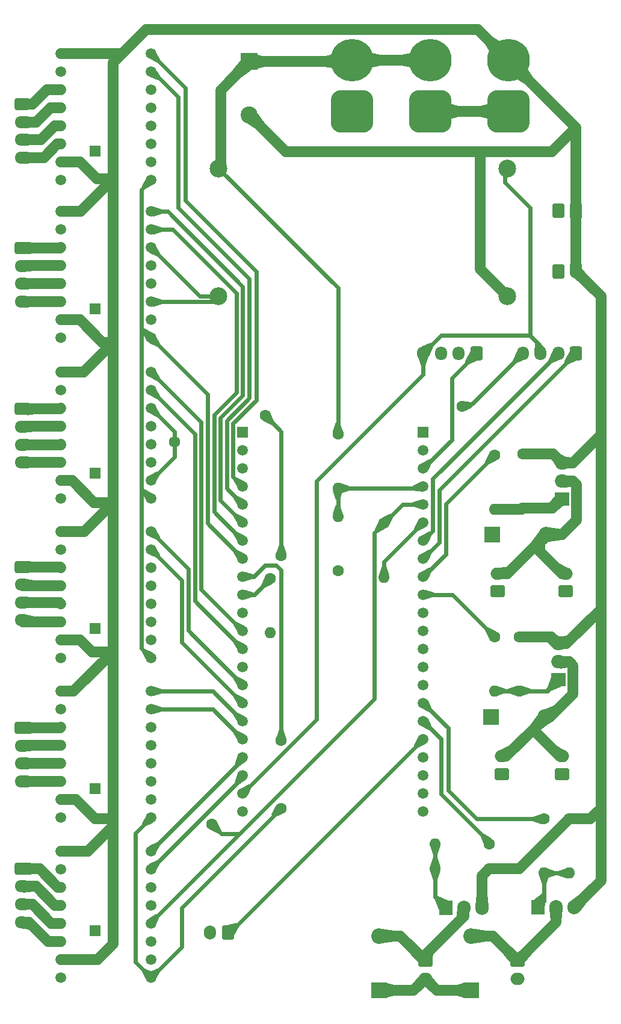
<source format=gbl>
G04 #@! TF.GenerationSoftware,KiCad,Pcbnew,8.0.8*
G04 #@! TF.CreationDate,2025-05-15T13:48:43+02:00*
G04 #@! TF.ProjectId,CdFdR,43644664-522e-46b6-9963-61645f706362,0.1*
G04 #@! TF.SameCoordinates,Original*
G04 #@! TF.FileFunction,Copper,L2,Bot*
G04 #@! TF.FilePolarity,Positive*
%FSLAX46Y46*%
G04 Gerber Fmt 4.6, Leading zero omitted, Abs format (unit mm)*
G04 Created by KiCad (PCBNEW 8.0.8) date 2025-05-15 13:48:43*
%MOMM*%
%LPD*%
G01*
G04 APERTURE LIST*
G04 Aperture macros list*
%AMRoundRect*
0 Rectangle with rounded corners*
0 $1 Rounding radius*
0 $2 $3 $4 $5 $6 $7 $8 $9 X,Y pos of 4 corners*
0 Add a 4 corners polygon primitive as box body*
4,1,4,$2,$3,$4,$5,$6,$7,$8,$9,$2,$3,0*
0 Add four circle primitives for the rounded corners*
1,1,$1+$1,$2,$3*
1,1,$1+$1,$4,$5*
1,1,$1+$1,$6,$7*
1,1,$1+$1,$8,$9*
0 Add four rect primitives between the rounded corners*
20,1,$1+$1,$2,$3,$4,$5,0*
20,1,$1+$1,$4,$5,$6,$7,0*
20,1,$1+$1,$6,$7,$8,$9,0*
20,1,$1+$1,$8,$9,$2,$3,0*%
G04 Aperture macros list end*
G04 #@! TA.AperFunction,ComponentPad*
%ADD10C,2.500000*%
G04 #@! TD*
G04 #@! TA.AperFunction,ComponentPad*
%ADD11R,2.200000X2.200000*%
G04 #@! TD*
G04 #@! TA.AperFunction,ComponentPad*
%ADD12O,2.200000X2.200000*%
G04 #@! TD*
G04 #@! TA.AperFunction,ComponentPad*
%ADD13C,1.500000*%
G04 #@! TD*
G04 #@! TA.AperFunction,ComponentPad*
%ADD14RoundRect,1.500000X1.500000X-1.500000X1.500000X1.500000X-1.500000X1.500000X-1.500000X-1.500000X0*%
G04 #@! TD*
G04 #@! TA.AperFunction,ComponentPad*
%ADD15C,6.000000*%
G04 #@! TD*
G04 #@! TA.AperFunction,ComponentPad*
%ADD16RoundRect,0.250000X-0.725000X0.600000X-0.725000X-0.600000X0.725000X-0.600000X0.725000X0.600000X0*%
G04 #@! TD*
G04 #@! TA.AperFunction,ComponentPad*
%ADD17O,1.950000X1.700000*%
G04 #@! TD*
G04 #@! TA.AperFunction,ComponentPad*
%ADD18RoundRect,0.250000X0.600000X0.725000X-0.600000X0.725000X-0.600000X-0.725000X0.600000X-0.725000X0*%
G04 #@! TD*
G04 #@! TA.AperFunction,ComponentPad*
%ADD19O,1.700000X1.950000*%
G04 #@! TD*
G04 #@! TA.AperFunction,ComponentPad*
%ADD20R,1.600000X1.600000*%
G04 #@! TD*
G04 #@! TA.AperFunction,ComponentPad*
%ADD21C,1.600000*%
G04 #@! TD*
G04 #@! TA.AperFunction,ComponentPad*
%ADD22O,1.600000X1.600000*%
G04 #@! TD*
G04 #@! TA.AperFunction,ComponentPad*
%ADD23RoundRect,0.250000X-0.600000X-0.750000X0.600000X-0.750000X0.600000X0.750000X-0.600000X0.750000X0*%
G04 #@! TD*
G04 #@! TA.AperFunction,ComponentPad*
%ADD24O,1.700000X2.000000*%
G04 #@! TD*
G04 #@! TA.AperFunction,ComponentPad*
%ADD25R,2.400000X2.400000*%
G04 #@! TD*
G04 #@! TA.AperFunction,ComponentPad*
%ADD26C,2.400000*%
G04 #@! TD*
G04 #@! TA.AperFunction,ComponentPad*
%ADD27RoundRect,0.250000X-0.750000X0.600000X-0.750000X-0.600000X0.750000X-0.600000X0.750000X0.600000X0*%
G04 #@! TD*
G04 #@! TA.AperFunction,ComponentPad*
%ADD28O,2.000000X1.700000*%
G04 #@! TD*
G04 #@! TA.AperFunction,ComponentPad*
%ADD29RoundRect,0.250000X0.750000X-0.600000X0.750000X0.600000X-0.750000X0.600000X-0.750000X-0.600000X0*%
G04 #@! TD*
G04 #@! TA.AperFunction,ComponentPad*
%ADD30R,2.000000X1.905000*%
G04 #@! TD*
G04 #@! TA.AperFunction,ComponentPad*
%ADD31O,2.000000X1.905000*%
G04 #@! TD*
G04 #@! TA.AperFunction,ComponentPad*
%ADD32R,1.905000X2.000000*%
G04 #@! TD*
G04 #@! TA.AperFunction,ComponentPad*
%ADD33O,1.905000X2.000000*%
G04 #@! TD*
G04 #@! TA.AperFunction,ComponentPad*
%ADD34R,1.500000X1.500000*%
G04 #@! TD*
G04 #@! TA.AperFunction,ComponentPad*
%ADD35RoundRect,0.250000X0.600000X0.750000X-0.600000X0.750000X-0.600000X-0.750000X0.600000X-0.750000X0*%
G04 #@! TD*
G04 #@! TA.AperFunction,ViaPad*
%ADD36C,1.600000*%
G04 #@! TD*
G04 #@! TA.AperFunction,Conductor*
%ADD37C,1.500000*%
G04 #@! TD*
G04 #@! TA.AperFunction,Conductor*
%ADD38C,0.600000*%
G04 #@! TD*
G04 #@! TA.AperFunction,Conductor*
%ADD39C,0.400000*%
G04 #@! TD*
G04 APERTURE END LIST*
D10*
X84180000Y-70500000D03*
X84180000Y-88500000D03*
X124820000Y-70500000D03*
X124820000Y-88500000D03*
D11*
X122555000Y-147690000D03*
D12*
X130175000Y-147690000D03*
D13*
X62000000Y-54380000D03*
X62000000Y-56920000D03*
X62000000Y-59460000D03*
X62000000Y-62000000D03*
X62000000Y-64540000D03*
X62000000Y-67080000D03*
X62000000Y-69620000D03*
X62000000Y-72160000D03*
X74700000Y-72160000D03*
X74700000Y-69620000D03*
X74700000Y-67080000D03*
X74700000Y-64540000D03*
X74700000Y-62000000D03*
X74700000Y-59460000D03*
X74700000Y-56920000D03*
X74700000Y-54380000D03*
D14*
X125000000Y-62500000D03*
D15*
X125000000Y-55300000D03*
D13*
X62000000Y-144050000D03*
X62000000Y-146590000D03*
X62000000Y-149130000D03*
X62000000Y-151670000D03*
X62000000Y-154210000D03*
X62000000Y-156750000D03*
X62000000Y-159290000D03*
X62000000Y-161830000D03*
X74700000Y-161830000D03*
X74700000Y-159290000D03*
X74700000Y-156750000D03*
X74700000Y-154210000D03*
X74700000Y-151670000D03*
X74700000Y-149130000D03*
X74700000Y-146590000D03*
X74700000Y-144050000D03*
D16*
X56500000Y-169000000D03*
D17*
X56500000Y-171500000D03*
X56500000Y-174000000D03*
X56500000Y-176500000D03*
D18*
X120500000Y-96500000D03*
D19*
X118000000Y-96500000D03*
X115500000Y-96500000D03*
X113000000Y-96500000D03*
D20*
X66840000Y-157710000D03*
D21*
X69340000Y-157710000D03*
X126500000Y-136380000D03*
D22*
X126500000Y-144000000D03*
D20*
X66840000Y-90280000D03*
D21*
X69340000Y-90280000D03*
D16*
X56500000Y-149210000D03*
D17*
X56500000Y-151710000D03*
X56500000Y-154210000D03*
X56500000Y-156710000D03*
D13*
X62000000Y-99160000D03*
X62000000Y-101700000D03*
X62000000Y-104240000D03*
X62000000Y-106780000D03*
X62000000Y-109320000D03*
X62000000Y-111860000D03*
X62000000Y-114400000D03*
X62000000Y-116940000D03*
X74700000Y-116940000D03*
X74700000Y-114400000D03*
X74700000Y-111860000D03*
X74700000Y-109320000D03*
X74700000Y-106780000D03*
X74700000Y-104240000D03*
X74700000Y-101700000D03*
X74700000Y-99160000D03*
D23*
X132000000Y-76500000D03*
D24*
X134500000Y-76500000D03*
D25*
X88500000Y-55500000D03*
D26*
X88500000Y-63000000D03*
D21*
X101000000Y-127070000D03*
D22*
X101000000Y-119450000D03*
D27*
X126270000Y-182000000D03*
D28*
X126270000Y-184500000D03*
D29*
X133000000Y-130000000D03*
D28*
X133000000Y-127500000D03*
D13*
X62000000Y-76580000D03*
X62000000Y-79120000D03*
X62000000Y-81660000D03*
X62000000Y-84200000D03*
X62000000Y-86740000D03*
X62000000Y-89280000D03*
X62000000Y-91820000D03*
X62000000Y-94360000D03*
X74700000Y-94360000D03*
X74700000Y-91820000D03*
X74700000Y-89280000D03*
X74700000Y-86740000D03*
X74700000Y-84200000D03*
X74700000Y-81660000D03*
X74700000Y-79120000D03*
X74700000Y-76580000D03*
D30*
X132000000Y-142460000D03*
D31*
X132000000Y-139920000D03*
X132000000Y-137380000D03*
D13*
X62000000Y-166510000D03*
X62000000Y-169050000D03*
X62000000Y-171590000D03*
X62000000Y-174130000D03*
X62000000Y-176670000D03*
X62000000Y-179210000D03*
X62000000Y-181750000D03*
X62000000Y-184290000D03*
X74700000Y-184290000D03*
X74700000Y-181750000D03*
X74700000Y-179210000D03*
X74700000Y-176670000D03*
X74700000Y-174130000D03*
X74700000Y-171590000D03*
X74700000Y-169050000D03*
X74700000Y-166510000D03*
D16*
X56500000Y-126550000D03*
D17*
X56500000Y-129050000D03*
X56500000Y-131550000D03*
X56500000Y-134050000D03*
D21*
X127000000Y-110690000D03*
D22*
X127000000Y-118310000D03*
D14*
X103000000Y-62500000D03*
D15*
X103000000Y-55300000D03*
D20*
X66840000Y-135250000D03*
D21*
X69340000Y-135250000D03*
D11*
X122690000Y-122000000D03*
D12*
X130310000Y-122000000D03*
D16*
X56500000Y-61500000D03*
D17*
X56500000Y-64000000D03*
X56500000Y-66500000D03*
X56500000Y-69000000D03*
D11*
X106770000Y-186120000D03*
D12*
X106770000Y-178500000D03*
D21*
X133500000Y-162000000D03*
D22*
X133500000Y-169620000D03*
D27*
X113270000Y-182000000D03*
D28*
X113270000Y-184500000D03*
D20*
X66840000Y-113360000D03*
D21*
X69340000Y-113360000D03*
X101000000Y-107880000D03*
D22*
X101000000Y-115500000D03*
D11*
X119770000Y-186120000D03*
D12*
X119770000Y-178500000D03*
D14*
X114000000Y-62500000D03*
D15*
X114000000Y-55300000D03*
D13*
X62000000Y-121550000D03*
X62000000Y-124090000D03*
X62000000Y-126630000D03*
X62000000Y-129170000D03*
X62000000Y-131710000D03*
X62000000Y-134250000D03*
X62000000Y-136790000D03*
X62000000Y-139330000D03*
X74700000Y-139330000D03*
X74700000Y-136790000D03*
X74700000Y-134250000D03*
X74700000Y-131710000D03*
X74700000Y-129170000D03*
X74700000Y-126630000D03*
X74700000Y-124090000D03*
X74700000Y-121550000D03*
D29*
X132530000Y-155690000D03*
D28*
X132530000Y-153190000D03*
D21*
X122310000Y-169000000D03*
D22*
X114690000Y-169000000D03*
D29*
X124030000Y-155690000D03*
D28*
X124030000Y-153190000D03*
D23*
X132000000Y-85000000D03*
D24*
X134500000Y-85000000D03*
D20*
X66840000Y-177760000D03*
D21*
X69340000Y-177760000D03*
D30*
X132500000Y-117000000D03*
D31*
X132500000Y-114460000D03*
X132500000Y-111920000D03*
D32*
X129150000Y-174445000D03*
D33*
X131690000Y-174445000D03*
X134230000Y-174445000D03*
D21*
X91500000Y-128190000D03*
D22*
X91500000Y-135810000D03*
D18*
X134500000Y-96500000D03*
D19*
X132000000Y-96500000D03*
X129500000Y-96500000D03*
X127000000Y-96500000D03*
D21*
X122310000Y-165500000D03*
D22*
X114690000Y-165500000D03*
D21*
X130000000Y-162000000D03*
D22*
X130000000Y-169620000D03*
D21*
X107500000Y-120380000D03*
D22*
X107500000Y-128000000D03*
D34*
X87600000Y-107600000D03*
D13*
X87600000Y-110140000D03*
X87600000Y-112680000D03*
X87600000Y-115220000D03*
X87600000Y-117760000D03*
X87600000Y-120300000D03*
X87600000Y-122840000D03*
X87600000Y-125380000D03*
X87600000Y-127920000D03*
X87600000Y-130460000D03*
X87600000Y-133000000D03*
X87600000Y-135540000D03*
X87600000Y-138080000D03*
X87600000Y-140620000D03*
X87600000Y-143160000D03*
X87600000Y-145700000D03*
X87600000Y-148240000D03*
X87600000Y-150780000D03*
X87600000Y-153320000D03*
X87600000Y-155860000D03*
X87600000Y-158400000D03*
X87600000Y-160940000D03*
X113000000Y-160940000D03*
X113000000Y-158400000D03*
X113000000Y-155860000D03*
X113000000Y-153320000D03*
X113000000Y-150780000D03*
X113000000Y-148240000D03*
X113000000Y-145700000D03*
X113000000Y-143160000D03*
X113000000Y-140620000D03*
X113000000Y-138080000D03*
X113000000Y-135540000D03*
X113000000Y-133000000D03*
X113000000Y-130460000D03*
X113000000Y-127920000D03*
X113000000Y-125380000D03*
X113000000Y-122840000D03*
X113000000Y-120300000D03*
X113000000Y-117760000D03*
X113000000Y-115220000D03*
X113000000Y-112680000D03*
X113000000Y-110140000D03*
D34*
X113000000Y-107600000D03*
D35*
X85500000Y-178000000D03*
D24*
X83000000Y-178000000D03*
D21*
X123000000Y-110880000D03*
D22*
X123000000Y-118500000D03*
D20*
X66840000Y-68080000D03*
D21*
X69340000Y-68080000D03*
D16*
X56500000Y-104360000D03*
D17*
X56500000Y-106860000D03*
X56500000Y-109360000D03*
X56500000Y-111860000D03*
D29*
X123500000Y-130000000D03*
D28*
X123500000Y-127500000D03*
D21*
X123000000Y-136380000D03*
D22*
X123000000Y-144000000D03*
D32*
X116190000Y-174500000D03*
D33*
X118730000Y-174500000D03*
X121270000Y-174500000D03*
D16*
X56500000Y-81740000D03*
D17*
X56500000Y-84240000D03*
X56500000Y-86740000D03*
X56500000Y-89240000D03*
D36*
X78000000Y-109000000D03*
X118500000Y-104000000D03*
X90750000Y-105250000D03*
X93000000Y-125000000D03*
X83250000Y-162750000D03*
X93003604Y-151000000D03*
X93003604Y-160496396D03*
D37*
X134500000Y-64800000D02*
X134500000Y-76500000D01*
X125000000Y-55300000D02*
X134500000Y-64800000D01*
X62000000Y-181750000D02*
X67150000Y-181750000D01*
D38*
X78000000Y-107540000D02*
X74700000Y-104240000D01*
D37*
X134500000Y-76500000D02*
X134500000Y-85000000D01*
D38*
X127000000Y-96500000D02*
X119500000Y-104000000D01*
X78000000Y-111100000D02*
X78000000Y-107540000D01*
D37*
X138000000Y-88500000D02*
X138000000Y-108000000D01*
D38*
X119500000Y-104000000D02*
X118500000Y-104000000D01*
D37*
X69340000Y-56500000D02*
X69340000Y-55660000D01*
D38*
X74700000Y-114400000D02*
X78000000Y-111100000D01*
D37*
X67150000Y-181750000D02*
X69340000Y-179560000D01*
X74000000Y-51000000D02*
X120700000Y-51000000D01*
X66680000Y-117500000D02*
X69340000Y-117500000D01*
X69340000Y-142000000D02*
X69340000Y-138500000D01*
X134080000Y-111920000D02*
X138000000Y-108000000D01*
X138000000Y-132500000D02*
X138000000Y-160500000D01*
X65180000Y-99160000D02*
X69340000Y-95000000D01*
X121000000Y-84680000D02*
X124820000Y-88500000D01*
X69340000Y-156500000D02*
X69340000Y-154000000D01*
X65290000Y-121550000D02*
X69340000Y-117500000D01*
X138000000Y-170675000D02*
X134230000Y-174445000D01*
X62000000Y-99160000D02*
X65180000Y-99160000D01*
X131000000Y-136380000D02*
X132000000Y-137380000D01*
D38*
X74700000Y-81660000D02*
X81540000Y-88500000D01*
D37*
X62000000Y-121550000D02*
X65290000Y-121550000D01*
X132500000Y-111920000D02*
X134080000Y-111920000D01*
X70620000Y-54380000D02*
X72000000Y-53000000D01*
X127000000Y-110690000D02*
X131270000Y-110690000D01*
X66830000Y-162000000D02*
X69340000Y-162000000D01*
X131270000Y-110690000D02*
X132500000Y-111920000D01*
X131100000Y-68200000D02*
X134500000Y-64800000D01*
X69340000Y-154000000D02*
X69340000Y-146000000D01*
X133120000Y-137380000D02*
X138000000Y-132500000D01*
X121270000Y-174500000D02*
X121270000Y-170040000D01*
X69340000Y-163000000D02*
X69340000Y-162000000D01*
D38*
X74700000Y-89280000D02*
X83400000Y-89280000D01*
D37*
X72000000Y-53000000D02*
X74000000Y-51000000D01*
X69340000Y-179560000D02*
X69340000Y-177760000D01*
X62000000Y-144050000D02*
X63790000Y-144050000D01*
X62000000Y-159290000D02*
X64120000Y-159290000D01*
X62000000Y-166510000D02*
X65830000Y-166510000D01*
X64690000Y-69620000D02*
X67070000Y-72000000D01*
X69340000Y-177760000D02*
X69340000Y-176628630D01*
X133500000Y-162000000D02*
X136500000Y-162000000D01*
X121000000Y-68200000D02*
X131100000Y-68200000D01*
X62000000Y-91820000D02*
X64690000Y-91820000D01*
X65830000Y-166510000D02*
X69340000Y-163000000D01*
X66400000Y-138500000D02*
X69340000Y-138500000D01*
X69340000Y-55660000D02*
X72000000Y-53000000D01*
X62000000Y-76580000D02*
X64760000Y-76580000D01*
X63790000Y-144050000D02*
X69340000Y-138500000D01*
X136500000Y-162000000D02*
X138000000Y-160500000D01*
X88500000Y-63000000D02*
X93700000Y-68200000D01*
X126500000Y-169000000D02*
X133500000Y-162000000D01*
X69340000Y-117500000D02*
X69340000Y-95000000D01*
X69340000Y-95000000D02*
X69340000Y-72000000D01*
X67870000Y-95000000D02*
X69340000Y-95000000D01*
X126500000Y-136380000D02*
X131000000Y-136380000D01*
X69340000Y-177760000D02*
X69340000Y-163000000D01*
X62000000Y-114400000D02*
X63580000Y-114400000D01*
X69340000Y-146000000D02*
X69340000Y-142000000D01*
D38*
X81540000Y-88500000D02*
X84180000Y-88500000D01*
D37*
X93700000Y-68200000D02*
X121000000Y-68200000D01*
X138000000Y-108000000D02*
X138000000Y-132500000D01*
X138000000Y-160500000D02*
X138000000Y-170675000D01*
X62000000Y-136790000D02*
X64690000Y-136790000D01*
X121270000Y-170040000D02*
X122310000Y-169000000D01*
X67070000Y-72000000D02*
X69340000Y-72000000D01*
X122310000Y-169000000D02*
X126500000Y-169000000D01*
X62000000Y-54380000D02*
X70620000Y-54380000D01*
X63580000Y-114400000D02*
X66680000Y-117500000D01*
X64760000Y-76580000D02*
X69340000Y-72000000D01*
X69340000Y-72000000D02*
X69340000Y-56500000D01*
X69340000Y-162000000D02*
X69340000Y-156500000D01*
D38*
X83400000Y-89280000D02*
X84180000Y-88500000D01*
D37*
X134500000Y-85000000D02*
X138000000Y-88500000D01*
X64690000Y-136790000D02*
X66400000Y-138500000D01*
X120700000Y-51000000D02*
X125000000Y-55300000D01*
X69340000Y-138500000D02*
X69340000Y-117500000D01*
X64690000Y-91820000D02*
X67870000Y-95000000D01*
X62000000Y-69620000D02*
X64690000Y-69620000D01*
X121000000Y-68200000D02*
X121000000Y-84680000D01*
X132000000Y-137380000D02*
X133120000Y-137380000D01*
X64120000Y-159290000D02*
X66830000Y-162000000D01*
D38*
X98000000Y-148000000D02*
X98000000Y-114500000D01*
X129500000Y-95500000D02*
X128000000Y-94000000D01*
X124500000Y-72500000D02*
X128000000Y-76000000D01*
X124500000Y-70500000D02*
X124500000Y-72500000D01*
D39*
X124500000Y-71500000D02*
X124500000Y-72500000D01*
D38*
X129500000Y-96500000D02*
X129500000Y-95500000D01*
X87600000Y-158400000D02*
X98000000Y-148000000D01*
X128000000Y-94000000D02*
X115500000Y-94000000D01*
X115500000Y-94000000D02*
X113000000Y-96500000D01*
X113000000Y-99500000D02*
X113000000Y-96500000D01*
X98000000Y-114500000D02*
X113000000Y-99500000D01*
X128000000Y-76000000D02*
X128000000Y-94000000D01*
D37*
X111650000Y-186120000D02*
X113270000Y-184500000D01*
X119770000Y-186120000D02*
X114890000Y-186120000D01*
X114890000Y-186120000D02*
X113270000Y-184500000D01*
D38*
X101000000Y-64500000D02*
X103000000Y-62500000D01*
D37*
X106770000Y-186120000D02*
X111650000Y-186120000D01*
X129405000Y-124405000D02*
X129405000Y-122905000D01*
X132500000Y-114460000D02*
X134012500Y-114460000D01*
X134550000Y-114997500D02*
X134550000Y-119950000D01*
X124810000Y-127500000D02*
X129405000Y-122905000D01*
X123500000Y-127500000D02*
X124810000Y-127500000D01*
X134550000Y-119950000D02*
X132500000Y-122000000D01*
X132500000Y-122000000D02*
X130310000Y-122000000D01*
X134012500Y-114460000D02*
X134550000Y-114997500D01*
X129405000Y-122905000D02*
X130310000Y-122000000D01*
X133000000Y-127500000D02*
X132500000Y-127500000D01*
X132500000Y-127500000D02*
X129405000Y-124405000D01*
X124675000Y-153190000D02*
X128432500Y-149432500D01*
X132530000Y-153190000D02*
X132190000Y-153190000D01*
X133512500Y-139920000D02*
X134050000Y-140457500D01*
X128432500Y-149432500D02*
X130175000Y-147690000D01*
X132190000Y-153190000D02*
X128432500Y-149432500D01*
X132000000Y-139920000D02*
X133512500Y-139920000D01*
X134050000Y-140457500D02*
X134050000Y-144450000D01*
X134050000Y-144450000D02*
X130810000Y-147690000D01*
X124030000Y-153190000D02*
X124675000Y-153190000D01*
X130810000Y-147690000D02*
X130175000Y-147690000D01*
X131690000Y-176580000D02*
X126270000Y-182000000D01*
X122770000Y-178500000D02*
X126270000Y-182000000D01*
X119770000Y-178500000D02*
X122770000Y-178500000D01*
X131690000Y-174445000D02*
X131690000Y-176580000D01*
D38*
X93000000Y-107500000D02*
X93000000Y-125000000D01*
X90750000Y-105250000D02*
X93000000Y-107500000D01*
X88500000Y-102827208D02*
X85350000Y-105977208D01*
X78500000Y-76000000D02*
X88500000Y-86000000D01*
X78500000Y-60500000D02*
X78500000Y-76000000D01*
X85350000Y-115510000D02*
X87600000Y-117760000D01*
X74700000Y-56920000D02*
X74920000Y-56920000D01*
X74920000Y-56920000D02*
X78500000Y-60500000D01*
X88500000Y-86000000D02*
X88500000Y-102827208D01*
X85350000Y-105977208D02*
X85350000Y-115510000D01*
X74700000Y-94360000D02*
X82650000Y-102310000D01*
X73350000Y-93010000D02*
X73350000Y-115590000D01*
X73350000Y-93010000D02*
X74700000Y-94360000D01*
X73350000Y-137980000D02*
X74700000Y-139330000D01*
X82650000Y-102310000D02*
X82650000Y-120430000D01*
X82650000Y-120430000D02*
X87600000Y-125380000D01*
X73350000Y-73510000D02*
X73350000Y-93010000D01*
X74700000Y-72160000D02*
X73350000Y-73510000D01*
X73350000Y-115590000D02*
X73350000Y-137980000D01*
X73350000Y-115590000D02*
X74700000Y-116940000D01*
X79500000Y-75000000D02*
X89500000Y-85000000D01*
X74700000Y-54380000D02*
X79500000Y-59180000D01*
X86250000Y-106350000D02*
X86250000Y-113870000D01*
X89500000Y-85000000D02*
X89500000Y-103100000D01*
X86250000Y-113870000D02*
X87600000Y-115220000D01*
X79500000Y-59180000D02*
X79500000Y-75000000D01*
X89500000Y-103100000D02*
X86250000Y-106350000D01*
D37*
X113270000Y-182000000D02*
X113270000Y-181150000D01*
X118730000Y-175690000D02*
X118730000Y-174500000D01*
X106770000Y-178500000D02*
X109770000Y-178500000D01*
X109770000Y-178500000D02*
X113270000Y-182000000D01*
X113270000Y-181150000D02*
X118730000Y-175690000D01*
D38*
X84450000Y-105604416D02*
X84450000Y-117150000D01*
X87600000Y-102454416D02*
X84450000Y-105604416D01*
X84450000Y-117150000D02*
X87600000Y-120300000D01*
X74700000Y-76580000D02*
X77080000Y-76580000D01*
X87600000Y-87100000D02*
X87600000Y-102454416D01*
X77080000Y-76580000D02*
X87600000Y-87100000D01*
D37*
X61528084Y-67080000D02*
X59608084Y-69000000D01*
X59608084Y-69000000D02*
X56500000Y-69000000D01*
X62000000Y-67080000D02*
X61528084Y-67080000D01*
X62000000Y-62000000D02*
X60562500Y-62000000D01*
X58562500Y-64000000D02*
X56500000Y-64000000D01*
X60562500Y-62000000D02*
X58562500Y-64000000D01*
D38*
X77736296Y-79120000D02*
X86700000Y-88083704D01*
X83550000Y-118790000D02*
X87600000Y-122840000D01*
X86700000Y-88083704D02*
X86700000Y-102000000D01*
X83550000Y-105150000D02*
X83550000Y-118790000D01*
X86700000Y-102000000D02*
X83550000Y-105150000D01*
X74700000Y-79120000D02*
X77736296Y-79120000D01*
D37*
X62000000Y-64540000D02*
X61130584Y-64540000D01*
X59170584Y-66500000D02*
X56500000Y-66500000D01*
X61130584Y-64540000D02*
X59170584Y-66500000D01*
X60040000Y-59460000D02*
X58000000Y-61500000D01*
X62000000Y-59460000D02*
X60040000Y-59460000D01*
X58000000Y-61500000D02*
X56500000Y-61500000D01*
X61920000Y-81740000D02*
X62000000Y-81660000D01*
X56500000Y-81740000D02*
X61920000Y-81740000D01*
D38*
X80850000Y-131330000D02*
X87600000Y-138080000D01*
X74700000Y-101700000D02*
X80850000Y-107850000D01*
X80850000Y-107850000D02*
X80850000Y-131330000D01*
D39*
X56920000Y-89020000D02*
X56910000Y-89030000D01*
D37*
X56540000Y-89280000D02*
X56500000Y-89240000D01*
X62000000Y-89280000D02*
X56540000Y-89280000D01*
D38*
X81750000Y-106210000D02*
X81750000Y-129690000D01*
X81750000Y-129690000D02*
X87600000Y-135540000D01*
X74700000Y-99160000D02*
X81750000Y-106210000D01*
D37*
X62000000Y-84200000D02*
X56540000Y-84200000D01*
X56540000Y-84200000D02*
X56500000Y-84240000D01*
X56500000Y-86740000D02*
X62000000Y-86740000D01*
X62000000Y-106780000D02*
X56580000Y-106780000D01*
X56580000Y-106780000D02*
X56500000Y-106860000D01*
D38*
X79050000Y-137150000D02*
X87600000Y-145700000D01*
X74700000Y-124090000D02*
X79050000Y-128440000D01*
X79050000Y-128440000D02*
X79050000Y-137150000D01*
D37*
X62000000Y-111860000D02*
X56500000Y-111860000D01*
X56500000Y-104360000D02*
X61880000Y-104360000D01*
X61880000Y-104360000D02*
X62000000Y-104240000D01*
X56500000Y-109360000D02*
X61960000Y-109360000D01*
X61960000Y-109360000D02*
X62000000Y-109320000D01*
D39*
X56685000Y-109530000D02*
X56675000Y-109540000D01*
D37*
X56620000Y-129170000D02*
X56500000Y-129050000D01*
X62000000Y-129170000D02*
X56620000Y-129170000D01*
D38*
X79950000Y-126800000D02*
X79950000Y-135510000D01*
X79950000Y-135510000D02*
X87600000Y-143160000D01*
X74700000Y-121550000D02*
X79950000Y-126800000D01*
X101000000Y-115500000D02*
X112720000Y-115500000D01*
X101000000Y-115500000D02*
X101000000Y-119450000D01*
X112720000Y-115500000D02*
X113000000Y-115220000D01*
D37*
X62000000Y-134250000D02*
X56700000Y-134250000D01*
X56700000Y-134250000D02*
X56500000Y-134050000D01*
X61840000Y-131550000D02*
X62000000Y-131710000D01*
X56500000Y-131550000D02*
X61840000Y-131550000D01*
X56500000Y-126550000D02*
X61920000Y-126550000D01*
X61920000Y-126550000D02*
X62000000Y-126630000D01*
X62000000Y-154210000D02*
X56500000Y-154210000D01*
X56540000Y-151670000D02*
X56500000Y-151710000D01*
X62000000Y-151670000D02*
X56540000Y-151670000D01*
X61960000Y-156710000D02*
X62000000Y-156750000D01*
X56500000Y-156710000D02*
X61960000Y-156710000D01*
X56500000Y-149210000D02*
X61920000Y-149210000D01*
X61920000Y-149210000D02*
X62000000Y-149130000D01*
D39*
X61960000Y-179170000D02*
X62000000Y-179210000D01*
D37*
X56500000Y-176500000D02*
X57500000Y-176500000D01*
X57500000Y-176500000D02*
X60210000Y-179210000D01*
X60210000Y-179210000D02*
X62000000Y-179210000D01*
X56500000Y-174000000D02*
X58000000Y-174000000D01*
X60670000Y-176670000D02*
X62000000Y-176670000D01*
X58000000Y-174000000D02*
X60670000Y-176670000D01*
X58500000Y-171500000D02*
X61130000Y-174130000D01*
X61130000Y-174130000D02*
X62000000Y-174130000D01*
X56500000Y-171500000D02*
X58500000Y-171500000D01*
D39*
X61960000Y-174170000D02*
X62000000Y-174130000D01*
X61920000Y-171670000D02*
X62000000Y-171590000D01*
D37*
X62000000Y-171590000D02*
X61590000Y-171590000D01*
X59000000Y-169000000D02*
X56500000Y-169000000D01*
X61590000Y-171590000D02*
X59000000Y-169000000D01*
D38*
X115250000Y-115750000D02*
X115250000Y-123130000D01*
X115250000Y-123130000D02*
X113000000Y-125380000D01*
X134500000Y-96500000D02*
X115250000Y-115750000D01*
X114350000Y-121490000D02*
X113000000Y-122840000D01*
X132000000Y-96500000D02*
X114350000Y-114150000D01*
X114350000Y-114150000D02*
X114350000Y-121490000D01*
X120500000Y-96500000D02*
X117000000Y-100000000D01*
X117000000Y-100000000D02*
X117000000Y-108680000D01*
X117000000Y-108680000D02*
X113000000Y-112680000D01*
D37*
X126810000Y-118500000D02*
X127000000Y-118310000D01*
X123000000Y-118500000D02*
X126810000Y-118500000D01*
X127000000Y-118310000D02*
X131190000Y-118310000D01*
X131190000Y-118310000D02*
X132500000Y-117000000D01*
D38*
X126500000Y-144000000D02*
X130460000Y-144000000D01*
X130460000Y-144000000D02*
X132000000Y-142460000D01*
X123000000Y-144000000D02*
X126500000Y-144000000D01*
X133500000Y-169620000D02*
X130000000Y-169620000D01*
X130000000Y-173595000D02*
X129150000Y-174445000D01*
X130000000Y-169620000D02*
X130000000Y-173595000D01*
X114690000Y-169000000D02*
X114690000Y-173000000D01*
X114690000Y-173000000D02*
X116190000Y-174500000D01*
X114690000Y-165500000D02*
X114690000Y-169000000D01*
X89230000Y-130460000D02*
X91500000Y-128190000D01*
X87600000Y-130460000D02*
X89230000Y-130460000D01*
X110000000Y-117880000D02*
X110120000Y-117760000D01*
X84613604Y-164113604D02*
X87113604Y-164113604D01*
X110120000Y-117760000D02*
X113000000Y-117760000D01*
X107500000Y-120380000D02*
X110000000Y-117880000D01*
X106100000Y-145127208D02*
X106100000Y-121780000D01*
X74700000Y-176670000D02*
X74700000Y-176527208D01*
X106100000Y-121780000D02*
X107500000Y-120380000D01*
X83250000Y-162750000D02*
X84613604Y-164113604D01*
X74700000Y-176527208D02*
X87113604Y-164113604D01*
X87113604Y-164113604D02*
X106100000Y-145127208D01*
X107500000Y-125800000D02*
X113000000Y-120300000D01*
X107500000Y-128000000D02*
X107500000Y-125800000D01*
X90733704Y-126340000D02*
X89153704Y-127920000D01*
X72500000Y-164030000D02*
X72500000Y-182090000D01*
X93003604Y-151000000D02*
X93003604Y-127003604D01*
X79000000Y-174500000D02*
X79000000Y-179990000D01*
X92340000Y-126340000D02*
X90733704Y-126340000D01*
X74700000Y-161830000D02*
X72500000Y-164030000D01*
X93003604Y-160496396D02*
X79000000Y-174500000D01*
X89153704Y-127920000D02*
X87600000Y-127920000D01*
X93003604Y-127003604D02*
X92340000Y-126340000D01*
X72500000Y-182090000D02*
X74700000Y-184290000D01*
X79000000Y-179990000D02*
X74700000Y-184290000D01*
X83410000Y-144050000D02*
X87600000Y-148240000D01*
X74700000Y-144050000D02*
X83410000Y-144050000D01*
X74700000Y-146590000D02*
X83410000Y-146590000D01*
X83410000Y-146590000D02*
X87600000Y-150780000D01*
X74700000Y-166510000D02*
X87600000Y-153610000D01*
X87600000Y-153610000D02*
X87600000Y-153320000D01*
X87600000Y-156150000D02*
X87600000Y-155860000D01*
X74700000Y-169050000D02*
X87600000Y-156150000D01*
D37*
X114000000Y-62500000D02*
X125000000Y-62500000D01*
X88500000Y-55500000D02*
X102800000Y-55500000D01*
X102800000Y-55500000D02*
X103000000Y-55300000D01*
X88500000Y-55500000D02*
X84500000Y-59500000D01*
X103000000Y-55300000D02*
X114000000Y-55300000D01*
D39*
X88700000Y-55300000D02*
X88500000Y-55500000D01*
D38*
X101000000Y-87320000D02*
X101000000Y-107880000D01*
D37*
X84500000Y-59500000D02*
X84500000Y-70500000D01*
D38*
X84180000Y-70500000D02*
X101000000Y-87320000D01*
X116150000Y-117730000D02*
X116150000Y-124770000D01*
X116150000Y-124770000D02*
X113000000Y-127920000D01*
X123000000Y-110880000D02*
X116150000Y-117730000D01*
X117080000Y-130460000D02*
X123000000Y-136380000D01*
X113000000Y-130460000D02*
X117080000Y-130460000D01*
X116500000Y-158000000D02*
X116500000Y-149200000D01*
X116500000Y-158000000D02*
X120500000Y-162000000D01*
X120500000Y-162000000D02*
X130000000Y-162000000D01*
X116500000Y-149200000D02*
X113000000Y-145700000D01*
X115500000Y-158500000D02*
X122310000Y-165310000D01*
X115500000Y-150740000D02*
X115500000Y-158500000D01*
X122310000Y-165310000D02*
X122310000Y-165500000D01*
X113000000Y-148240000D02*
X115500000Y-150740000D01*
X85780000Y-178000000D02*
X113000000Y-150780000D01*
G04 #@! TA.AperFunction,Conductor*
G36*
X135247248Y-74669760D02*
G01*
X135250654Y-74677339D01*
X135349382Y-76339606D01*
X135346452Y-76348068D01*
X135339749Y-76351820D01*
X134502046Y-76500636D01*
X134497954Y-76500636D01*
X133660250Y-76351820D01*
X133652703Y-76346999D01*
X133650617Y-76339606D01*
X133749346Y-74677339D01*
X133753257Y-74669284D01*
X133761025Y-74666333D01*
X135238975Y-74666333D01*
X135247248Y-74669760D01*
G37*
G04 #@! TD.AperFunction*
G04 #@! TA.AperFunction,Conductor*
G36*
X125029150Y-55313552D02*
G01*
X127703269Y-56590621D01*
X127708063Y-56594844D01*
X128340309Y-57576823D01*
X128341907Y-57585634D01*
X128338745Y-57591430D01*
X127291430Y-58638745D01*
X127283157Y-58642172D01*
X127276823Y-58640309D01*
X127148002Y-58557368D01*
X126294843Y-58008062D01*
X126290621Y-58003269D01*
X125013552Y-55329152D01*
X125013080Y-55320211D01*
X125019069Y-55313553D01*
X125028011Y-55313080D01*
X125029150Y-55313552D01*
G37*
G04 #@! TD.AperFunction*
G04 #@! TA.AperFunction,Conductor*
G36*
X75391889Y-103957115D02*
G01*
X75397818Y-103962598D01*
X75968922Y-105080950D01*
X75969633Y-105089876D01*
X75966775Y-105094544D01*
X75554544Y-105506775D01*
X75546271Y-105510202D01*
X75540950Y-105508922D01*
X74422598Y-104937818D01*
X74416788Y-104931003D01*
X74417103Y-104922936D01*
X74697438Y-104243786D01*
X74703759Y-104237449D01*
X75382935Y-103957104D01*
X75391889Y-103957115D01*
G37*
G04 #@! TD.AperFunction*
G04 #@! TA.AperFunction,Conductor*
G36*
X135247248Y-83169760D02*
G01*
X135250654Y-83177339D01*
X135349382Y-84839606D01*
X135346452Y-84848068D01*
X135339749Y-84851820D01*
X134502046Y-85000636D01*
X134497954Y-85000636D01*
X133660250Y-84851820D01*
X133652703Y-84846999D01*
X133650617Y-84839606D01*
X133749346Y-83177339D01*
X133753257Y-83169284D01*
X133761025Y-83166333D01*
X135238975Y-83166333D01*
X135247248Y-83169760D01*
G37*
G04 #@! TD.AperFunction*
G04 #@! TA.AperFunction,Conductor*
G36*
X135244172Y-76631199D02*
G01*
X135339749Y-76648179D01*
X135347296Y-76653000D01*
X135349382Y-76660393D01*
X135250654Y-78322661D01*
X135246743Y-78330716D01*
X135238975Y-78333667D01*
X133761025Y-78333667D01*
X133752752Y-78330240D01*
X133749346Y-78322661D01*
X133650617Y-76660393D01*
X133653547Y-76651931D01*
X133660249Y-76648179D01*
X134497957Y-76499363D01*
X134502043Y-76499363D01*
X135244172Y-76631199D01*
G37*
G04 #@! TD.AperFunction*
G04 #@! TA.AperFunction,Conductor*
G36*
X126231490Y-96082326D02*
G01*
X126232085Y-96082626D01*
X126993190Y-96495218D01*
X126996621Y-96497078D01*
X127002159Y-96503708D01*
X127294898Y-97393536D01*
X127294228Y-97402465D01*
X127288307Y-97407982D01*
X125966342Y-97962127D01*
X125957387Y-97962165D01*
X125953546Y-97959610D01*
X125540641Y-97546705D01*
X125537214Y-97538432D01*
X125538319Y-97533469D01*
X126215930Y-96087953D01*
X126222545Y-96081918D01*
X126231490Y-96082326D01*
G37*
G04 #@! TD.AperFunction*
G04 #@! TA.AperFunction,Conductor*
G36*
X78227162Y-109003427D02*
G01*
X78230589Y-109011700D01*
X78227162Y-109019973D01*
X78222196Y-109022923D01*
X77329931Y-109285807D01*
X77321026Y-109284858D01*
X77315401Y-109277891D01*
X77316350Y-109268986D01*
X77319930Y-109264987D01*
X77696985Y-109002101D01*
X77703677Y-109000000D01*
X78218889Y-109000000D01*
X78227162Y-109003427D01*
G37*
G04 #@! TD.AperFunction*
G04 #@! TA.AperFunction,Conductor*
G36*
X118513241Y-103201787D02*
G01*
X119708218Y-103363075D01*
X119714925Y-103366397D01*
X120126708Y-103778180D01*
X120130135Y-103786453D01*
X120126708Y-103794726D01*
X120125312Y-103795919D01*
X119073759Y-104559819D01*
X119065051Y-104561909D01*
X119058619Y-104558636D01*
X118502734Y-104004139D01*
X118499297Y-103995871D01*
X118499297Y-103995846D01*
X118499856Y-103363604D01*
X118499988Y-103213372D01*
X118503422Y-103205103D01*
X118511698Y-103201683D01*
X118513241Y-103201787D01*
G37*
G04 #@! TD.AperFunction*
G04 #@! TA.AperFunction,Conductor*
G36*
X75554544Y-113133224D02*
G01*
X75966775Y-113545455D01*
X75970202Y-113553728D01*
X75968922Y-113559049D01*
X75397818Y-114677401D01*
X75391003Y-114683211D01*
X75382934Y-114682895D01*
X74703788Y-114402562D01*
X74697448Y-114396238D01*
X74697437Y-114396211D01*
X74417104Y-113717065D01*
X74417115Y-113708110D01*
X74422596Y-113702182D01*
X75540951Y-113131076D01*
X75549876Y-113130366D01*
X75554544Y-113133224D01*
G37*
G04 #@! TD.AperFunction*
G04 #@! TA.AperFunction,Conductor*
G36*
X135064844Y-172564150D02*
G01*
X136110815Y-173610121D01*
X136114242Y-173618394D01*
X136111720Y-173625650D01*
X135043953Y-174976310D01*
X135036134Y-174980675D01*
X135028281Y-174978787D01*
X134231574Y-174447229D01*
X134227924Y-174443325D01*
X133742772Y-173599029D01*
X133741621Y-173590149D01*
X133745701Y-173583990D01*
X135049359Y-172563210D01*
X135057984Y-172560809D01*
X135064844Y-172564150D01*
G37*
G04 #@! TD.AperFunction*
G04 #@! TA.AperFunction,Conductor*
G36*
X130510539Y-135637689D02*
G01*
X132441694Y-136531564D01*
X132447762Y-136538149D01*
X132447397Y-136547097D01*
X132447091Y-136547709D01*
X132002461Y-137377273D01*
X131998383Y-137381647D01*
X131169078Y-137903795D01*
X131160251Y-137905303D01*
X131153954Y-137901500D01*
X130496737Y-137133284D01*
X130493927Y-137125678D01*
X130493927Y-135648308D01*
X130497354Y-135640035D01*
X130505627Y-135636608D01*
X130510539Y-135637689D01*
G37*
G04 #@! TD.AperFunction*
G04 #@! TA.AperFunction,Conductor*
G36*
X75391889Y-81377115D02*
G01*
X75397818Y-81382598D01*
X75968922Y-82500950D01*
X75969633Y-82509876D01*
X75966775Y-82514544D01*
X75554544Y-82926775D01*
X75546271Y-82930202D01*
X75540950Y-82928922D01*
X74422598Y-82357818D01*
X74416788Y-82351003D01*
X74417103Y-82342936D01*
X74697438Y-81663786D01*
X74703759Y-81657449D01*
X75382935Y-81377104D01*
X75391889Y-81377115D01*
G37*
G04 #@! TD.AperFunction*
G04 #@! TA.AperFunction,Conductor*
G36*
X133796272Y-111138660D02*
G01*
X133802879Y-111141968D01*
X134847031Y-112186120D01*
X134850458Y-112194393D01*
X134847031Y-112202666D01*
X134842190Y-112205578D01*
X132759970Y-112844404D01*
X132751055Y-112843555D01*
X132745353Y-112836651D01*
X132745248Y-112836288D01*
X132500079Y-111923636D01*
X132500029Y-111917766D01*
X132730760Y-110996041D01*
X132736092Y-110988850D01*
X132743771Y-110987304D01*
X133796272Y-111138660D01*
G37*
G04 #@! TD.AperFunction*
G04 #@! TA.AperFunction,Conductor*
G36*
X131106945Y-109950721D02*
G01*
X133000374Y-111094492D01*
X133005683Y-111101702D01*
X133004339Y-111110556D01*
X133004260Y-111110684D01*
X132502422Y-111917712D01*
X132498720Y-111921435D01*
X131670900Y-112442648D01*
X131662073Y-112444156D01*
X131654765Y-112438981D01*
X131654484Y-112438511D01*
X131090714Y-111442681D01*
X131089196Y-111436917D01*
X131089196Y-109960737D01*
X131092623Y-109952464D01*
X131100896Y-109949037D01*
X131106945Y-109950721D01*
G37*
G04 #@! TD.AperFunction*
G04 #@! TA.AperFunction,Conductor*
G36*
X122017772Y-172569229D02*
G01*
X122021131Y-172576242D01*
X122203101Y-174256546D01*
X122200585Y-174265140D01*
X122194316Y-174269154D01*
X121272847Y-174500285D01*
X121267153Y-174500285D01*
X120345683Y-174269154D01*
X120338493Y-174263818D01*
X120336898Y-174256549D01*
X120518869Y-172576241D01*
X120523167Y-172568386D01*
X120530501Y-172565802D01*
X122009499Y-172565802D01*
X122017772Y-172569229D01*
G37*
G04 #@! TD.AperFunction*
G04 #@! TA.AperFunction,Conductor*
G36*
X76191906Y-88977378D02*
G01*
X76198720Y-88983187D01*
X76200000Y-88988508D01*
X76200000Y-89571491D01*
X76196573Y-89579764D01*
X76191905Y-89582622D01*
X74997279Y-89969584D01*
X74988353Y-89968873D01*
X74982871Y-89962945D01*
X74700865Y-89284489D01*
X74700855Y-89275536D01*
X74982871Y-88597053D01*
X74989210Y-88590731D01*
X74997278Y-88590415D01*
X76191906Y-88977378D01*
G37*
G04 #@! TD.AperFunction*
G04 #@! TA.AperFunction,Conductor*
G36*
X89655438Y-62743149D02*
G01*
X89658661Y-62746180D01*
X90570425Y-64007526D01*
X90572494Y-64016238D01*
X90569216Y-64022653D01*
X89522639Y-65069230D01*
X89514366Y-65072657D01*
X89507531Y-65070453D01*
X88259962Y-64172444D01*
X88255249Y-64164829D01*
X88255346Y-64160546D01*
X88497746Y-63006654D01*
X88502800Y-62999263D01*
X88506628Y-62997645D01*
X89646616Y-62741618D01*
X89655438Y-62743149D01*
G37*
G04 #@! TD.AperFunction*
G04 #@! TA.AperFunction,Conductor*
G36*
X135302472Y-84601238D02*
G01*
X136288645Y-85726964D01*
X136291519Y-85735444D01*
X136288117Y-85742946D01*
X135242863Y-86788200D01*
X135234590Y-86791627D01*
X135226976Y-86788810D01*
X134249997Y-85951280D01*
X134245947Y-85943295D01*
X134246314Y-85939362D01*
X134497939Y-85004323D01*
X134503397Y-84997226D01*
X134503914Y-84996945D01*
X135288375Y-84598515D01*
X135297301Y-84597825D01*
X135302472Y-84601238D01*
G37*
G04 #@! TD.AperFunction*
G04 #@! TA.AperFunction,Conductor*
G36*
X122723175Y-51959689D02*
G01*
X123705155Y-52591936D01*
X123709378Y-52596730D01*
X124986446Y-55270846D01*
X124986919Y-55279788D01*
X124980930Y-55286446D01*
X124971988Y-55286919D01*
X124970846Y-55286446D01*
X122296730Y-54009378D01*
X122291936Y-54005155D01*
X121659689Y-53023175D01*
X121658092Y-53014365D01*
X121661252Y-53008571D01*
X122708570Y-51961253D01*
X122716842Y-51957827D01*
X122723175Y-51959689D01*
G37*
G04 #@! TD.AperFunction*
G04 #@! TA.AperFunction,Conductor*
G36*
X133168356Y-136277032D02*
G01*
X133169432Y-136277983D01*
X134214650Y-137323201D01*
X134218077Y-137331474D01*
X134214650Y-137339747D01*
X134211673Y-137341907D01*
X132585558Y-138167467D01*
X132576630Y-138168156D01*
X132570811Y-138163931D01*
X132000766Y-137382725D01*
X131998773Y-137378263D01*
X131802324Y-136455035D01*
X131803954Y-136446230D01*
X131811333Y-136441156D01*
X131812327Y-136440989D01*
X133159727Y-136274644D01*
X133168356Y-136277032D01*
G37*
G04 #@! TD.AperFunction*
G04 #@! TA.AperFunction,Conductor*
G36*
X129148125Y-94724794D02*
G01*
X129148566Y-94725259D01*
X130168956Y-95864082D01*
X130171924Y-95872531D01*
X130168206Y-95880461D01*
X129504822Y-96496882D01*
X129496429Y-96500003D01*
X129495148Y-96499885D01*
X128660542Y-96376557D01*
X128652858Y-96371958D01*
X128650569Y-96364358D01*
X128715815Y-95144794D01*
X128719224Y-95137149D01*
X129131580Y-94724793D01*
X129139852Y-94721367D01*
X129148125Y-94724794D01*
G37*
G04 #@! TD.AperFunction*
G04 #@! TA.AperFunction,Conductor*
G36*
X88454544Y-157133224D02*
G01*
X88866775Y-157545455D01*
X88870202Y-157553728D01*
X88868922Y-157559049D01*
X88297818Y-158677401D01*
X88291003Y-158683211D01*
X88282934Y-158682895D01*
X87603788Y-158402562D01*
X87597448Y-158396238D01*
X87597437Y-158396211D01*
X87317104Y-157717065D01*
X87317115Y-157708110D01*
X87322596Y-157702182D01*
X88440951Y-157131076D01*
X88449876Y-157130366D01*
X88454544Y-157133224D01*
G37*
G04 #@! TD.AperFunction*
G04 #@! TA.AperFunction,Conductor*
G36*
X114046453Y-95040389D02*
G01*
X114459358Y-95453294D01*
X114462785Y-95461567D01*
X114461679Y-95466533D01*
X113784068Y-96912044D01*
X113777453Y-96918080D01*
X113768508Y-96917672D01*
X113767898Y-96917364D01*
X113003378Y-96502921D01*
X112997840Y-96496291D01*
X112705100Y-95606460D01*
X112705770Y-95597533D01*
X112711689Y-95592017D01*
X114033657Y-95037871D01*
X114042612Y-95037834D01*
X114046453Y-95040389D01*
G37*
G04 #@! TD.AperFunction*
G04 #@! TA.AperFunction,Conductor*
G36*
X113470619Y-96663741D02*
G01*
X113822608Y-96786956D01*
X113829284Y-96792924D01*
X113829785Y-96801865D01*
X113829780Y-96801880D01*
X113302749Y-98300848D01*
X113296772Y-98307516D01*
X113291711Y-98308667D01*
X112708289Y-98308667D01*
X112700016Y-98305240D01*
X112697251Y-98300848D01*
X112170219Y-96801880D01*
X112170708Y-96792938D01*
X112177375Y-96786961D01*
X112996135Y-96500353D01*
X113003865Y-96500353D01*
X113470619Y-96663741D01*
G37*
G04 #@! TD.AperFunction*
G04 #@! TA.AperFunction,Conductor*
G36*
X112330636Y-184246314D02*
G01*
X113265675Y-184497938D01*
X113272773Y-184503397D01*
X113273066Y-184503938D01*
X113644165Y-185234590D01*
X113671482Y-185288373D01*
X113672173Y-185297301D01*
X113668760Y-185302472D01*
X112543036Y-186288645D01*
X112534555Y-186291519D01*
X112527053Y-186288117D01*
X111481799Y-185242863D01*
X111478372Y-185234590D01*
X111481187Y-185226978D01*
X112318719Y-184249996D01*
X112326703Y-184245947D01*
X112330636Y-184246314D01*
G37*
G04 #@! TD.AperFunction*
G04 #@! TA.AperFunction,Conductor*
G36*
X118672786Y-185122835D02*
G01*
X118674632Y-185124207D01*
X119761464Y-186111339D01*
X119765285Y-186119438D01*
X119762259Y-186127866D01*
X119761464Y-186128661D01*
X118674632Y-187115792D01*
X118666204Y-187118818D01*
X118663928Y-187118482D01*
X117678862Y-186872215D01*
X117671667Y-186866884D01*
X117670000Y-186860864D01*
X117670000Y-185379135D01*
X117673427Y-185370862D01*
X117678860Y-185367784D01*
X118663930Y-185121517D01*
X118672786Y-185122835D01*
G37*
G04 #@! TD.AperFunction*
G04 #@! TA.AperFunction,Conductor*
G36*
X114218237Y-184247474D02*
G01*
X114221280Y-184249997D01*
X115058810Y-185226976D01*
X115061593Y-185235487D01*
X115058200Y-185242863D01*
X114012946Y-186288117D01*
X114004673Y-186291544D01*
X113996964Y-186288645D01*
X112871238Y-185302472D01*
X112867273Y-185294442D01*
X112868515Y-185288376D01*
X113266934Y-184503936D01*
X113273735Y-184498113D01*
X113274293Y-184497947D01*
X114209360Y-184246315D01*
X114218237Y-184247474D01*
G37*
G04 #@! TD.AperFunction*
G04 #@! TA.AperFunction,Conductor*
G36*
X107876063Y-185121515D02*
G01*
X108861139Y-185367784D01*
X108868333Y-185373115D01*
X108870000Y-185379135D01*
X108870000Y-186860864D01*
X108866573Y-186869137D01*
X108861138Y-186872215D01*
X107876071Y-187118482D01*
X107867213Y-187117164D01*
X107865367Y-187115792D01*
X107584691Y-186860864D01*
X106778534Y-186128659D01*
X106774714Y-186120562D01*
X106777740Y-186112134D01*
X106778527Y-186111346D01*
X107865368Y-185124206D01*
X107873795Y-185121181D01*
X107876063Y-185121515D01*
G37*
G04 #@! TD.AperFunction*
G04 #@! TA.AperFunction,Conductor*
G36*
X132771906Y-113540831D02*
G01*
X134823026Y-114221883D01*
X134829797Y-114227741D01*
X134830442Y-114236673D01*
X134827611Y-114241259D01*
X133783305Y-115285565D01*
X133776207Y-115288933D01*
X132743391Y-115393181D01*
X132734816Y-115390602D01*
X132730866Y-115384382D01*
X132500050Y-114462317D01*
X132500141Y-114456293D01*
X132756988Y-113548754D01*
X132762537Y-113541730D01*
X132771431Y-113540685D01*
X132771906Y-113540831D01*
G37*
G04 #@! TD.AperFunction*
G04 #@! TA.AperFunction,Conductor*
G36*
X124653241Y-126602677D02*
G01*
X124653585Y-126603008D01*
X125697450Y-127646873D01*
X125700877Y-127655146D01*
X125697450Y-127663419D01*
X125693040Y-127666190D01*
X123991841Y-128261322D01*
X123982901Y-128260819D01*
X123978094Y-128256539D01*
X123591885Y-127646873D01*
X123500757Y-127503019D01*
X123499006Y-127497983D01*
X123411118Y-126662403D01*
X123413661Y-126653819D01*
X123421530Y-126649545D01*
X123422267Y-126649491D01*
X124644835Y-126599591D01*
X124653241Y-126602677D01*
G37*
G04 #@! TD.AperFunction*
G04 #@! TA.AperFunction,Conductor*
G36*
X132400048Y-121248496D02*
G01*
X132407716Y-121253121D01*
X132410000Y-121260065D01*
X132410000Y-122739934D01*
X132406573Y-122748207D01*
X132400048Y-122751503D01*
X130764100Y-122998669D01*
X130755408Y-122996516D01*
X130751668Y-122991868D01*
X130639230Y-122739934D01*
X130311126Y-122004765D01*
X130310884Y-121995817D01*
X130311114Y-121995262D01*
X130751668Y-121008130D01*
X130758169Y-121001972D01*
X130764100Y-121001330D01*
X132400048Y-121248496D01*
G37*
G04 #@! TD.AperFunction*
G04 #@! TA.AperFunction,Conductor*
G36*
X129296330Y-121610947D02*
G01*
X130305831Y-121997426D01*
X130312331Y-122003584D01*
X130312570Y-122004160D01*
X130676435Y-122954594D01*
X130699050Y-123013664D01*
X130698807Y-123022615D01*
X130695067Y-123027263D01*
X129363506Y-124009280D01*
X129354814Y-124011433D01*
X129348289Y-124008137D01*
X128301862Y-122961710D01*
X128298435Y-122953437D01*
X128300717Y-122946496D01*
X129282736Y-121614930D01*
X129290403Y-121610306D01*
X129296330Y-121610947D01*
G37*
G04 #@! TD.AperFunction*
G04 #@! TA.AperFunction,Conductor*
G36*
X132046422Y-125982321D02*
G01*
X133266501Y-126657625D01*
X133272079Y-126664629D01*
X133271954Y-126671499D01*
X133002209Y-127496112D01*
X132996397Y-127502900D01*
X132137940Y-127939960D01*
X132129013Y-127940660D01*
X132125411Y-127938740D01*
X131548188Y-127485947D01*
X130988439Y-127046861D01*
X130984045Y-127039059D01*
X130986455Y-127030435D01*
X130987380Y-127029391D01*
X132032486Y-125984285D01*
X132040758Y-125980859D01*
X132046422Y-125982321D01*
G37*
G04 #@! TD.AperFunction*
G04 #@! TA.AperFunction,Conductor*
G36*
X125039532Y-151776366D02*
G01*
X126084528Y-152821362D01*
X126087955Y-152829635D01*
X126084528Y-152837908D01*
X126082941Y-152839236D01*
X124859992Y-153690894D01*
X124851245Y-153692810D01*
X124847199Y-153691272D01*
X124033164Y-153193076D01*
X124028032Y-153186347D01*
X123924876Y-152829635D01*
X123788748Y-152358902D01*
X123789741Y-152350004D01*
X123795063Y-152345039D01*
X125026339Y-151774024D01*
X125035284Y-151773653D01*
X125039532Y-151776366D01*
G37*
G04 #@! TD.AperFunction*
G04 #@! TA.AperFunction,Conductor*
G36*
X129161334Y-147300948D02*
G01*
X130170831Y-147687426D01*
X130177331Y-147693584D01*
X130177570Y-147694160D01*
X130538334Y-148636492D01*
X130564051Y-148703664D01*
X130563808Y-148712615D01*
X130560068Y-148717263D01*
X129228507Y-149699279D01*
X129219815Y-149701432D01*
X129213290Y-149698136D01*
X128166863Y-148651709D01*
X128163436Y-148643436D01*
X128165718Y-148636495D01*
X129147735Y-147304930D01*
X129155403Y-147300306D01*
X129161334Y-147300948D01*
G37*
G04 #@! TD.AperFunction*
G04 #@! TA.AperFunction,Conductor*
G36*
X131632748Y-151569326D02*
G01*
X132363660Y-152046325D01*
X132829618Y-152350414D01*
X132834674Y-152357805D01*
X132834207Y-152364245D01*
X132532431Y-153186011D01*
X132526362Y-153192596D01*
X132526122Y-153192704D01*
X131645764Y-153576344D01*
X131636811Y-153576507D01*
X131633321Y-153574366D01*
X130573419Y-152633041D01*
X130569508Y-152624985D01*
X130572440Y-152616524D01*
X130572898Y-152616037D01*
X131618084Y-151570851D01*
X131626356Y-151567425D01*
X131632748Y-151569326D01*
G37*
G04 #@! TD.AperFunction*
G04 #@! TA.AperFunction,Conductor*
G36*
X132271906Y-139000831D02*
G01*
X134323026Y-139681883D01*
X134329797Y-139687741D01*
X134330442Y-139696673D01*
X134327611Y-139701259D01*
X133283305Y-140745565D01*
X133276207Y-140748933D01*
X132243391Y-140853181D01*
X132234816Y-140850602D01*
X132230866Y-140844382D01*
X132000050Y-139922317D01*
X132000141Y-139916293D01*
X132256988Y-139008754D01*
X132262537Y-139001730D01*
X132271431Y-139000685D01*
X132271906Y-139000831D01*
G37*
G04 #@! TD.AperFunction*
G04 #@! TA.AperFunction,Conductor*
G36*
X131376397Y-146067693D02*
G01*
X131380107Y-146070193D01*
X132426381Y-147116467D01*
X132429808Y-147124740D01*
X132426381Y-147133013D01*
X132425751Y-147133599D01*
X131059868Y-148312014D01*
X131051365Y-148314823D01*
X131045426Y-148312677D01*
X130178166Y-147693472D01*
X130173450Y-147686021D01*
X129984834Y-146637510D01*
X129986742Y-146628761D01*
X129991957Y-146624594D01*
X131367445Y-146067621D01*
X131376397Y-146067693D01*
G37*
G04 #@! TD.AperFunction*
G04 #@! TA.AperFunction,Conductor*
G36*
X127181913Y-180043015D02*
G01*
X128227051Y-181088153D01*
X128230478Y-181096426D01*
X128227596Y-181104116D01*
X127274465Y-182196961D01*
X127266444Y-182200944D01*
X127263339Y-182200741D01*
X126275415Y-182001939D01*
X126267980Y-181996947D01*
X126266909Y-181994936D01*
X125921095Y-181157691D01*
X125921104Y-181148738D01*
X125924141Y-181144477D01*
X127165875Y-180042536D01*
X127174337Y-180039609D01*
X127181913Y-180043015D01*
G37*
G04 #@! TD.AperFunction*
G04 #@! TA.AperFunction,Conductor*
G36*
X125374125Y-180042537D02*
G01*
X126615856Y-181144475D01*
X126619769Y-181152529D01*
X126618904Y-181157693D01*
X126273090Y-181994936D01*
X126266764Y-182001274D01*
X126264584Y-182001939D01*
X125276660Y-182200741D01*
X125267874Y-182199014D01*
X125265534Y-182196961D01*
X124686584Y-181533146D01*
X124312402Y-181104115D01*
X124309548Y-181095629D01*
X124312947Y-181088154D01*
X125358087Y-180043014D01*
X125366359Y-180039588D01*
X125374125Y-180042537D01*
G37*
G04 #@! TD.AperFunction*
G04 #@! TA.AperFunction,Conductor*
G36*
X121860048Y-177748496D02*
G01*
X121867716Y-177753121D01*
X121870000Y-177760065D01*
X121870000Y-179239934D01*
X121866573Y-179248207D01*
X121860048Y-179251503D01*
X120224100Y-179498669D01*
X120215408Y-179496516D01*
X120211668Y-179491868D01*
X120099230Y-179239934D01*
X119771126Y-178504765D01*
X119770884Y-178495817D01*
X119771114Y-178495262D01*
X120211668Y-177508130D01*
X120218169Y-177501972D01*
X120224100Y-177501330D01*
X121860048Y-177748496D01*
G37*
G04 #@! TD.AperFunction*
G04 #@! TA.AperFunction,Conductor*
G36*
X132614316Y-174675845D02*
G01*
X132621506Y-174681181D01*
X132623101Y-174688453D01*
X132441131Y-176368758D01*
X132436833Y-176376614D01*
X132429499Y-176379198D01*
X130950501Y-176379198D01*
X130942228Y-176375771D01*
X130938869Y-176368758D01*
X130756898Y-174688450D01*
X130759414Y-174679859D01*
X130765681Y-174675845D01*
X131687153Y-174444714D01*
X131692847Y-174444714D01*
X132614316Y-174675845D01*
G37*
G04 #@! TD.AperFunction*
G04 #@! TA.AperFunction,Conductor*
G36*
X93299889Y-123403427D02*
G01*
X93302695Y-123407940D01*
X93735586Y-124683488D01*
X93735000Y-124692424D01*
X93728997Y-124698052D01*
X93004490Y-124999134D01*
X92995536Y-124999144D01*
X92995510Y-124999134D01*
X92271002Y-124698052D01*
X92264677Y-124691713D01*
X92264413Y-124683489D01*
X92697305Y-123407939D01*
X92703208Y-123401207D01*
X92708384Y-123400000D01*
X93291616Y-123400000D01*
X93299889Y-123403427D01*
G37*
G04 #@! TD.AperFunction*
G04 #@! TA.AperFunction,Conductor*
G36*
X91487942Y-104948040D02*
G01*
X91493945Y-104953669D01*
X92089792Y-106161719D01*
X92090378Y-106170654D01*
X92087572Y-106175167D01*
X91675167Y-106587572D01*
X91666894Y-106590999D01*
X91661719Y-106589792D01*
X90453669Y-105993945D01*
X90447765Y-105987212D01*
X90448028Y-105978989D01*
X90747438Y-105253785D01*
X90753762Y-105247448D01*
X90753764Y-105247446D01*
X91478989Y-104948029D01*
X91487942Y-104948040D01*
G37*
G04 #@! TD.AperFunction*
G04 #@! TA.AperFunction,Conductor*
G36*
X86759047Y-116491076D02*
G01*
X87877401Y-117062181D01*
X87883211Y-117068996D01*
X87882895Y-117077065D01*
X87602562Y-117756211D01*
X87596238Y-117762551D01*
X87596211Y-117762562D01*
X86917065Y-118042895D01*
X86908110Y-118042884D01*
X86902181Y-118037401D01*
X86761830Y-117762562D01*
X86331076Y-116919048D01*
X86330366Y-116910123D01*
X86333222Y-116905457D01*
X86745456Y-116493223D01*
X86753728Y-116489797D01*
X86759047Y-116491076D01*
G37*
G04 #@! TD.AperFunction*
G04 #@! TA.AperFunction,Conductor*
G36*
X75392984Y-56636663D02*
G01*
X75398231Y-56640983D01*
X75586457Y-56923788D01*
X76055601Y-57628669D01*
X76057332Y-57637455D01*
X76054134Y-57643425D01*
X75641929Y-58055630D01*
X75633656Y-58059057D01*
X75629634Y-58058344D01*
X74424428Y-57617098D01*
X74417837Y-57611036D01*
X74417463Y-57602089D01*
X74417617Y-57601691D01*
X74697438Y-56923786D01*
X74703759Y-56917449D01*
X75384031Y-56636652D01*
X75392984Y-56636663D01*
G37*
G04 #@! TD.AperFunction*
G04 #@! TA.AperFunction,Conductor*
G36*
X75391889Y-94077115D02*
G01*
X75397818Y-94082598D01*
X75968922Y-95200950D01*
X75969633Y-95209876D01*
X75966775Y-95214544D01*
X75554544Y-95626775D01*
X75546271Y-95630202D01*
X75540950Y-95628922D01*
X74422598Y-95057818D01*
X74416788Y-95051003D01*
X74417103Y-95042936D01*
X74697438Y-94363786D01*
X74703759Y-94357449D01*
X75382935Y-94077104D01*
X75391889Y-94077115D01*
G37*
G04 #@! TD.AperFunction*
G04 #@! TA.AperFunction,Conductor*
G36*
X73859047Y-93091076D02*
G01*
X74977401Y-93662181D01*
X74983211Y-93668996D01*
X74982895Y-93677065D01*
X74702562Y-94356211D01*
X74696238Y-94362551D01*
X74696211Y-94362562D01*
X74017065Y-94642895D01*
X74008110Y-94642884D01*
X74002181Y-94637401D01*
X73861830Y-94362562D01*
X73431076Y-93519048D01*
X73430366Y-93510123D01*
X73433222Y-93505457D01*
X73845456Y-93093223D01*
X73853728Y-93089797D01*
X73859047Y-93091076D01*
G37*
G04 #@! TD.AperFunction*
G04 #@! TA.AperFunction,Conductor*
G36*
X73859047Y-138061076D02*
G01*
X74977401Y-138632181D01*
X74983211Y-138638996D01*
X74982895Y-138647065D01*
X74702562Y-139326211D01*
X74696238Y-139332551D01*
X74696211Y-139332562D01*
X74017065Y-139612895D01*
X74008110Y-139612884D01*
X74002181Y-139607401D01*
X73861830Y-139332562D01*
X73431076Y-138489048D01*
X73430366Y-138480123D01*
X73433222Y-138475457D01*
X73845456Y-138063223D01*
X73853728Y-138059797D01*
X73859047Y-138061076D01*
G37*
G04 #@! TD.AperFunction*
G04 #@! TA.AperFunction,Conductor*
G36*
X86759047Y-124111076D02*
G01*
X87877401Y-124682181D01*
X87883211Y-124688996D01*
X87882895Y-124697065D01*
X87602562Y-125376211D01*
X87596238Y-125382551D01*
X87596211Y-125382562D01*
X86917065Y-125662895D01*
X86908110Y-125662884D01*
X86902181Y-125657401D01*
X86761830Y-125382562D01*
X86331076Y-124539048D01*
X86330366Y-124530123D01*
X86333222Y-124525457D01*
X86745456Y-124113223D01*
X86753728Y-124109797D01*
X86759047Y-124111076D01*
G37*
G04 #@! TD.AperFunction*
G04 #@! TA.AperFunction,Conductor*
G36*
X74017063Y-71877103D02*
G01*
X74696211Y-72157437D01*
X74702551Y-72163761D01*
X74702562Y-72163788D01*
X74982895Y-72842934D01*
X74982884Y-72851889D01*
X74977401Y-72857818D01*
X73859049Y-73428922D01*
X73850123Y-73429633D01*
X73845455Y-73426775D01*
X73433224Y-73014544D01*
X73429797Y-73006271D01*
X73431076Y-73000953D01*
X74002182Y-71882596D01*
X74008996Y-71876788D01*
X74017063Y-71877103D01*
G37*
G04 #@! TD.AperFunction*
G04 #@! TA.AperFunction,Conductor*
G36*
X73859047Y-115671076D02*
G01*
X74977401Y-116242181D01*
X74983211Y-116248996D01*
X74982895Y-116257065D01*
X74702562Y-116936211D01*
X74696238Y-116942551D01*
X74696211Y-116942562D01*
X74017065Y-117222895D01*
X74008110Y-117222884D01*
X74002181Y-117217401D01*
X73861830Y-116942562D01*
X73431076Y-116099048D01*
X73430366Y-116090123D01*
X73433222Y-116085457D01*
X73845456Y-115673223D01*
X73853728Y-115669797D01*
X73859047Y-115671076D01*
G37*
G04 #@! TD.AperFunction*
G04 #@! TA.AperFunction,Conductor*
G36*
X75391889Y-54097115D02*
G01*
X75397818Y-54102598D01*
X75968922Y-55220950D01*
X75969633Y-55229876D01*
X75966775Y-55234544D01*
X75554544Y-55646775D01*
X75546271Y-55650202D01*
X75540950Y-55648922D01*
X74422598Y-55077818D01*
X74416788Y-55071003D01*
X74417103Y-55062936D01*
X74697438Y-54383786D01*
X74703759Y-54377449D01*
X75382935Y-54097104D01*
X75391889Y-54097115D01*
G37*
G04 #@! TD.AperFunction*
G04 #@! TA.AperFunction,Conductor*
G36*
X86759047Y-113951076D02*
G01*
X87877401Y-114522181D01*
X87883211Y-114528996D01*
X87882895Y-114537065D01*
X87602562Y-115216211D01*
X87596238Y-115222551D01*
X87596211Y-115222562D01*
X86917065Y-115502895D01*
X86908110Y-115502884D01*
X86902181Y-115497401D01*
X86761830Y-115222562D01*
X86331076Y-114379048D01*
X86330366Y-114370123D01*
X86333222Y-114365457D01*
X86745456Y-113953223D01*
X86753728Y-113949797D01*
X86759047Y-113951076D01*
G37*
G04 #@! TD.AperFunction*
G04 #@! TA.AperFunction,Conductor*
G36*
X113349078Y-180027603D02*
G01*
X113351598Y-180029518D01*
X114397040Y-181074960D01*
X114400467Y-181083233D01*
X114400281Y-181085313D01*
X114271423Y-181798422D01*
X114266579Y-181805954D01*
X114262140Y-181807827D01*
X113276936Y-181999222D01*
X113268161Y-181997436D01*
X113264972Y-181994230D01*
X112705775Y-181155983D01*
X112704035Y-181147199D01*
X112705318Y-181143741D01*
X113333138Y-180032036D01*
X113340189Y-180026519D01*
X113349078Y-180027603D01*
G37*
G04 #@! TD.AperFunction*
G04 #@! TA.AperFunction,Conductor*
G36*
X118727212Y-174499121D02*
G01*
X118733534Y-174501356D01*
X119514165Y-175070982D01*
X119518828Y-175078627D01*
X119517849Y-175085425D01*
X118741197Y-176731517D01*
X118734568Y-176737537D01*
X118725624Y-176737106D01*
X118722343Y-176734798D01*
X117677285Y-175689740D01*
X117673858Y-175681467D01*
X117673898Y-175680502D01*
X117776550Y-174463753D01*
X117780661Y-174455800D01*
X117788780Y-174453053D01*
X118727212Y-174499121D01*
G37*
G04 #@! TD.AperFunction*
G04 #@! TA.AperFunction,Conductor*
G36*
X108860048Y-177748496D02*
G01*
X108867716Y-177753121D01*
X108870000Y-177760065D01*
X108870000Y-179239934D01*
X108866573Y-179248207D01*
X108860048Y-179251503D01*
X107224100Y-179498669D01*
X107215408Y-179496516D01*
X107211668Y-179491868D01*
X107099230Y-179239934D01*
X106771126Y-178504765D01*
X106770884Y-178495817D01*
X106771114Y-178495262D01*
X107211668Y-177508130D01*
X107218169Y-177501972D01*
X107224100Y-177501330D01*
X108860048Y-177748496D01*
G37*
G04 #@! TD.AperFunction*
G04 #@! TA.AperFunction,Conductor*
G36*
X112374125Y-180042537D02*
G01*
X113615856Y-181144475D01*
X113619769Y-181152529D01*
X113618904Y-181157693D01*
X113273090Y-181994936D01*
X113266764Y-182001274D01*
X113264584Y-182001939D01*
X112276660Y-182200741D01*
X112267874Y-182199014D01*
X112265534Y-182196961D01*
X111686584Y-181533146D01*
X111312402Y-181104115D01*
X111309548Y-181095629D01*
X111312947Y-181088154D01*
X112358087Y-180043014D01*
X112366359Y-180039588D01*
X112374125Y-180042537D01*
G37*
G04 #@! TD.AperFunction*
G04 #@! TA.AperFunction,Conductor*
G36*
X86759047Y-119031076D02*
G01*
X87877401Y-119602181D01*
X87883211Y-119608996D01*
X87882895Y-119617065D01*
X87602562Y-120296211D01*
X87596238Y-120302551D01*
X87596211Y-120302562D01*
X86917065Y-120582895D01*
X86908110Y-120582884D01*
X86902181Y-120577401D01*
X86761830Y-120302562D01*
X86331076Y-119459048D01*
X86330366Y-119450123D01*
X86333222Y-119445457D01*
X86745456Y-119033223D01*
X86753728Y-119029797D01*
X86759047Y-119031076D01*
G37*
G04 #@! TD.AperFunction*
G04 #@! TA.AperFunction,Conductor*
G36*
X76191906Y-76277378D02*
G01*
X76198720Y-76283187D01*
X76200000Y-76288508D01*
X76200000Y-76871491D01*
X76196573Y-76879764D01*
X76191905Y-76882622D01*
X74997279Y-77269584D01*
X74988353Y-77268873D01*
X74982871Y-77262945D01*
X74700865Y-76584489D01*
X74700855Y-76575536D01*
X74982871Y-75897053D01*
X74989210Y-75890731D01*
X74997278Y-75890415D01*
X76191906Y-76277378D01*
G37*
G04 #@! TD.AperFunction*
G04 #@! TA.AperFunction,Conductor*
G36*
X58297661Y-68249346D02*
G01*
X58305716Y-68253257D01*
X58308667Y-68261025D01*
X58308667Y-69738974D01*
X58305240Y-69747247D01*
X58297661Y-69750653D01*
X56635696Y-69849364D01*
X56627234Y-69846434D01*
X56623429Y-69839403D01*
X56499254Y-69001713D01*
X56499254Y-68998284D01*
X56623429Y-68160595D01*
X56628031Y-68152917D01*
X56635695Y-68150635D01*
X58297661Y-68249346D01*
G37*
G04 #@! TD.AperFunction*
G04 #@! TA.AperFunction,Conductor*
G36*
X58297661Y-63249346D02*
G01*
X58305716Y-63253257D01*
X58308667Y-63261025D01*
X58308667Y-64738974D01*
X58305240Y-64747247D01*
X58297661Y-64750653D01*
X56635696Y-64849364D01*
X56627234Y-64846434D01*
X56623429Y-64839403D01*
X56499254Y-64001713D01*
X56499254Y-63998284D01*
X56623429Y-63160595D01*
X56628031Y-63152917D01*
X56635695Y-63150635D01*
X58297661Y-63249346D01*
G37*
G04 #@! TD.AperFunction*
G04 #@! TA.AperFunction,Conductor*
G36*
X86759047Y-121571076D02*
G01*
X87877401Y-122142181D01*
X87883211Y-122148996D01*
X87882895Y-122157065D01*
X87602562Y-122836211D01*
X87596238Y-122842551D01*
X87596211Y-122842562D01*
X86917065Y-123122895D01*
X86908110Y-123122884D01*
X86902181Y-123117401D01*
X86761830Y-122842562D01*
X86331076Y-121999048D01*
X86330366Y-121990123D01*
X86333222Y-121985457D01*
X86745456Y-121573223D01*
X86753728Y-121569797D01*
X86759047Y-121571076D01*
G37*
G04 #@! TD.AperFunction*
G04 #@! TA.AperFunction,Conductor*
G36*
X76191906Y-78817378D02*
G01*
X76198720Y-78823187D01*
X76200000Y-78828508D01*
X76200000Y-79411491D01*
X76196573Y-79419764D01*
X76191905Y-79422622D01*
X74997279Y-79809584D01*
X74988353Y-79808873D01*
X74982871Y-79802945D01*
X74700865Y-79124489D01*
X74700855Y-79115536D01*
X74982871Y-78437053D01*
X74989210Y-78430731D01*
X74997278Y-78430415D01*
X76191906Y-78817378D01*
G37*
G04 #@! TD.AperFunction*
G04 #@! TA.AperFunction,Conductor*
G36*
X58297661Y-65749346D02*
G01*
X58305716Y-65753257D01*
X58308667Y-65761025D01*
X58308667Y-67238974D01*
X58305240Y-67247247D01*
X58297661Y-67250653D01*
X56635696Y-67349364D01*
X56627234Y-67346434D01*
X56623429Y-67339403D01*
X56499254Y-66501713D01*
X56499254Y-66498284D01*
X56623429Y-65660595D01*
X56628031Y-65652917D01*
X56635695Y-65650635D01*
X58297661Y-65749346D01*
G37*
G04 #@! TD.AperFunction*
G04 #@! TA.AperFunction,Conductor*
G36*
X57231668Y-60651262D02*
G01*
X57695936Y-60739189D01*
X57702031Y-60742412D01*
X58746655Y-61787036D01*
X58750082Y-61795309D01*
X58746655Y-61803582D01*
X58742009Y-61806432D01*
X57436170Y-62232269D01*
X57427242Y-62231576D01*
X57425302Y-62230336D01*
X56862687Y-61787036D01*
X56508846Y-61508234D01*
X56504469Y-61500423D01*
X56506898Y-61491804D01*
X56507158Y-61491486D01*
X57220593Y-60655165D01*
X57228568Y-60651096D01*
X57231668Y-60651262D01*
G37*
G04 #@! TD.AperFunction*
G04 #@! TA.AperFunction,Conductor*
G36*
X57231016Y-80890546D02*
G01*
X58314360Y-80989032D01*
X58322288Y-80993194D01*
X58325000Y-81000684D01*
X58325000Y-82479315D01*
X58321573Y-82487588D01*
X58314359Y-82490967D01*
X57231026Y-82589452D01*
X57222477Y-82586788D01*
X57221070Y-82585399D01*
X56505490Y-81747599D01*
X56502723Y-81739082D01*
X56505490Y-81732401D01*
X57221071Y-80894599D01*
X57229049Y-80890535D01*
X57231016Y-80890546D01*
G37*
G04 #@! TD.AperFunction*
G04 #@! TA.AperFunction,Conductor*
G36*
X86759047Y-136811076D02*
G01*
X87877401Y-137382181D01*
X87883211Y-137388996D01*
X87882895Y-137397065D01*
X87602562Y-138076211D01*
X87596238Y-138082551D01*
X87596211Y-138082562D01*
X86917065Y-138362895D01*
X86908110Y-138362884D01*
X86902181Y-138357401D01*
X86761830Y-138082562D01*
X86331076Y-137239048D01*
X86330366Y-137230123D01*
X86333222Y-137225457D01*
X86745456Y-136813223D01*
X86753728Y-136809797D01*
X86759047Y-136811076D01*
G37*
G04 #@! TD.AperFunction*
G04 #@! TA.AperFunction,Conductor*
G36*
X75391889Y-101417115D02*
G01*
X75397818Y-101422598D01*
X75968922Y-102540950D01*
X75969633Y-102549876D01*
X75966775Y-102554544D01*
X75554544Y-102966775D01*
X75546271Y-102970202D01*
X75540950Y-102968922D01*
X74422598Y-102397818D01*
X74416788Y-102391003D01*
X74417103Y-102382936D01*
X74697438Y-101703786D01*
X74703759Y-101697449D01*
X75382935Y-101417104D01*
X75391889Y-101417115D01*
G37*
G04 #@! TD.AperFunction*
G04 #@! TA.AperFunction,Conductor*
G36*
X58297934Y-88529110D02*
G01*
X58305895Y-88533208D01*
X58308667Y-88540770D01*
X58308667Y-90018709D01*
X58305240Y-90026982D01*
X58297384Y-90030402D01*
X56635456Y-90089627D01*
X56627066Y-90086497D01*
X56623466Y-90079652D01*
X56499288Y-89241943D01*
X56499364Y-89238065D01*
X56656790Y-88403683D01*
X56661691Y-88396189D01*
X56669251Y-88394193D01*
X58297934Y-88529110D01*
G37*
G04 #@! TD.AperFunction*
G04 #@! TA.AperFunction,Conductor*
G36*
X86759047Y-134271076D02*
G01*
X87877401Y-134842181D01*
X87883211Y-134848996D01*
X87882895Y-134857065D01*
X87602562Y-135536211D01*
X87596238Y-135542551D01*
X87596211Y-135542562D01*
X86917065Y-135822895D01*
X86908110Y-135822884D01*
X86902181Y-135817401D01*
X86761830Y-135542562D01*
X86331076Y-134699048D01*
X86330366Y-134690123D01*
X86333222Y-134685457D01*
X86745456Y-134273223D01*
X86753728Y-134269797D01*
X86759047Y-134271076D01*
G37*
G04 #@! TD.AperFunction*
G04 #@! TA.AperFunction,Conductor*
G36*
X75391889Y-98877115D02*
G01*
X75397818Y-98882598D01*
X75968922Y-100000950D01*
X75969633Y-100009876D01*
X75966775Y-100014544D01*
X75554544Y-100426775D01*
X75546271Y-100430202D01*
X75540950Y-100428922D01*
X74422598Y-99857818D01*
X74416788Y-99851003D01*
X74417103Y-99842936D01*
X74697438Y-99163786D01*
X74703759Y-99157449D01*
X75382935Y-98877104D01*
X75391889Y-98877115D01*
G37*
G04 #@! TD.AperFunction*
G04 #@! TA.AperFunction,Conductor*
G36*
X58297386Y-83449597D02*
G01*
X58305530Y-83453317D01*
X58308667Y-83461290D01*
X58308667Y-84939229D01*
X58305240Y-84947502D01*
X58297933Y-84950889D01*
X56669253Y-85085805D01*
X56660725Y-85083073D01*
X56656790Y-85076314D01*
X56499365Y-84241937D01*
X56499288Y-84238056D01*
X56623466Y-83400346D01*
X56628068Y-83392668D01*
X56635454Y-83390372D01*
X58297386Y-83449597D01*
G37*
G04 #@! TD.AperFunction*
G04 #@! TA.AperFunction,Conductor*
G36*
X58297661Y-85989346D02*
G01*
X58305716Y-85993257D01*
X58308667Y-86001025D01*
X58308667Y-87478974D01*
X58305240Y-87487247D01*
X58297661Y-87490653D01*
X56635696Y-87589364D01*
X56627234Y-87586434D01*
X56623429Y-87579403D01*
X56499254Y-86741713D01*
X56499254Y-86738284D01*
X56623429Y-85900595D01*
X56628031Y-85892917D01*
X56635695Y-85890635D01*
X58297661Y-85989346D01*
G37*
G04 #@! TD.AperFunction*
G04 #@! TA.AperFunction,Conductor*
G36*
X58297107Y-106029862D02*
G01*
X58305338Y-106033387D01*
X58308667Y-106041561D01*
X58308667Y-107519493D01*
X58305240Y-107527766D01*
X58298221Y-107531126D01*
X56800056Y-107692671D01*
X56791463Y-107690150D01*
X56787759Y-107684904D01*
X56499954Y-106862726D01*
X56499423Y-106857144D01*
X56620322Y-106041561D01*
X56623502Y-106020103D01*
X56628105Y-106012423D01*
X56635213Y-106010121D01*
X58297107Y-106029862D01*
G37*
G04 #@! TD.AperFunction*
G04 #@! TA.AperFunction,Conductor*
G36*
X86759047Y-144431076D02*
G01*
X87877401Y-145002181D01*
X87883211Y-145008996D01*
X87882895Y-145017065D01*
X87602562Y-145696211D01*
X87596238Y-145702551D01*
X87596211Y-145702562D01*
X86917065Y-145982895D01*
X86908110Y-145982884D01*
X86902181Y-145977401D01*
X86761830Y-145702562D01*
X86331076Y-144859048D01*
X86330366Y-144850123D01*
X86333222Y-144845457D01*
X86745456Y-144433223D01*
X86753728Y-144429797D01*
X86759047Y-144431076D01*
G37*
G04 #@! TD.AperFunction*
G04 #@! TA.AperFunction,Conductor*
G36*
X75391889Y-123807115D02*
G01*
X75397818Y-123812598D01*
X75968922Y-124930950D01*
X75969633Y-124939876D01*
X75966775Y-124944544D01*
X75554544Y-125356775D01*
X75546271Y-125360202D01*
X75540950Y-125358922D01*
X74422598Y-124787818D01*
X74416788Y-124781003D01*
X74417103Y-124772936D01*
X74697438Y-124093786D01*
X74703759Y-124087449D01*
X75382935Y-123807104D01*
X75391889Y-123807115D01*
G37*
G04 #@! TD.AperFunction*
G04 #@! TA.AperFunction,Conductor*
G36*
X58297661Y-111109346D02*
G01*
X58305716Y-111113257D01*
X58308667Y-111121025D01*
X58308667Y-112598974D01*
X58305240Y-112607247D01*
X58297661Y-112610653D01*
X56635696Y-112709364D01*
X56627234Y-112706434D01*
X56623429Y-112699403D01*
X56499254Y-111861713D01*
X56499254Y-111858284D01*
X56623429Y-111020595D01*
X56628031Y-111012917D01*
X56635695Y-111010635D01*
X58297661Y-111109346D01*
G37*
G04 #@! TD.AperFunction*
G04 #@! TA.AperFunction,Conductor*
G36*
X57231016Y-103510546D02*
G01*
X58314360Y-103609032D01*
X58322288Y-103613194D01*
X58325000Y-103620684D01*
X58325000Y-105099315D01*
X58321573Y-105107588D01*
X58314359Y-105110967D01*
X57231026Y-105209452D01*
X57222477Y-105206788D01*
X57221070Y-105205399D01*
X56505490Y-104367599D01*
X56502723Y-104359082D01*
X56505490Y-104352401D01*
X57221071Y-103514599D01*
X57229049Y-103510535D01*
X57231016Y-103510546D01*
G37*
G04 #@! TD.AperFunction*
G04 #@! TA.AperFunction,Conductor*
G36*
X58297661Y-108609346D02*
G01*
X58305716Y-108613257D01*
X58308667Y-108621025D01*
X58308667Y-110098974D01*
X58305240Y-110107247D01*
X58297661Y-110110653D01*
X56635696Y-110209364D01*
X56627234Y-110206434D01*
X56623429Y-110199403D01*
X56499254Y-109361713D01*
X56499254Y-109358284D01*
X56623429Y-108520595D01*
X56628031Y-108512917D01*
X56635695Y-108510635D01*
X58297661Y-108609346D01*
G37*
G04 #@! TD.AperFunction*
G04 #@! TA.AperFunction,Conductor*
G36*
X58298516Y-128418644D02*
G01*
X58306263Y-128423136D01*
X58308667Y-128430241D01*
X58308667Y-129908172D01*
X58305240Y-129916445D01*
X58296967Y-129919872D01*
X58296840Y-129919871D01*
X56482817Y-129900130D01*
X56474581Y-129896614D01*
X56471245Y-129888304D01*
X56471248Y-129888107D01*
X56498940Y-129051810D01*
X56499607Y-129048288D01*
X56718770Y-128430241D01*
X56790966Y-128226645D01*
X56796960Y-128219995D01*
X56803540Y-128218960D01*
X58298516Y-128418644D01*
G37*
G04 #@! TD.AperFunction*
G04 #@! TA.AperFunction,Conductor*
G36*
X86759047Y-141891076D02*
G01*
X87877401Y-142462181D01*
X87883211Y-142468996D01*
X87882895Y-142477065D01*
X87602562Y-143156211D01*
X87596238Y-143162551D01*
X87596211Y-143162562D01*
X86917065Y-143442895D01*
X86908110Y-143442884D01*
X86902181Y-143437401D01*
X86761830Y-143162562D01*
X86331076Y-142319048D01*
X86330366Y-142310123D01*
X86333222Y-142305457D01*
X86745456Y-141893223D01*
X86753728Y-141889797D01*
X86759047Y-141891076D01*
G37*
G04 #@! TD.AperFunction*
G04 #@! TA.AperFunction,Conductor*
G36*
X75391889Y-121267115D02*
G01*
X75397818Y-121272598D01*
X75968922Y-122390950D01*
X75969633Y-122399876D01*
X75966775Y-122404544D01*
X75554544Y-122816775D01*
X75546271Y-122820202D01*
X75540950Y-122818922D01*
X74422598Y-122247818D01*
X74416788Y-122241003D01*
X74417103Y-122232936D01*
X74697438Y-121553786D01*
X74703759Y-121547449D01*
X75382935Y-121267104D01*
X75391889Y-121267115D01*
G37*
G04 #@! TD.AperFunction*
G04 #@! TA.AperFunction,Conductor*
G36*
X112717426Y-114538041D02*
G01*
X112718116Y-114539431D01*
X113000100Y-115217836D01*
X113000996Y-115222343D01*
X113000017Y-115956859D01*
X112996579Y-115965127D01*
X112988301Y-115968543D01*
X112986949Y-115968463D01*
X111566027Y-115801216D01*
X111558211Y-115796845D01*
X111555695Y-115789596D01*
X111555695Y-115206730D01*
X111559122Y-115198457D01*
X111561511Y-115196618D01*
X112701433Y-114533807D01*
X112710305Y-114532611D01*
X112717426Y-114538041D01*
G37*
G04 #@! TD.AperFunction*
G04 #@! TA.AperFunction,Conductor*
G36*
X102592060Y-115197305D02*
G01*
X102598793Y-115203208D01*
X102600000Y-115208384D01*
X102600000Y-115791615D01*
X102596573Y-115799888D01*
X102592060Y-115802694D01*
X101316511Y-116235586D01*
X101307575Y-116235000D01*
X101301947Y-116228997D01*
X101263100Y-116135518D01*
X101000864Y-115504487D01*
X101000854Y-115495538D01*
X101301947Y-114771001D01*
X101308286Y-114764677D01*
X101316510Y-114764413D01*
X102592060Y-115197305D01*
G37*
G04 #@! TD.AperFunction*
G04 #@! TA.AperFunction,Conductor*
G36*
X101635518Y-115763100D02*
G01*
X101728997Y-115801947D01*
X101735322Y-115808286D01*
X101735586Y-115816511D01*
X101302695Y-117092060D01*
X101296792Y-117098793D01*
X101291616Y-117100000D01*
X100708384Y-117100000D01*
X100700111Y-117096573D01*
X100697305Y-117092060D01*
X100264413Y-115816511D01*
X100264999Y-115807575D01*
X100271001Y-115801947D01*
X100995512Y-115500864D01*
X101004461Y-115500854D01*
X101635518Y-115763100D01*
G37*
G04 #@! TD.AperFunction*
G04 #@! TA.AperFunction,Conductor*
G36*
X101299889Y-117853427D02*
G01*
X101302695Y-117857940D01*
X101735586Y-119133488D01*
X101735000Y-119142424D01*
X101728997Y-119148052D01*
X101004490Y-119449134D01*
X100995536Y-119449144D01*
X100995510Y-119449134D01*
X100271002Y-119148052D01*
X100264677Y-119141713D01*
X100264413Y-119133489D01*
X100697305Y-117857939D01*
X100703208Y-117851207D01*
X100708384Y-117850000D01*
X101291616Y-117850000D01*
X101299889Y-117853427D01*
G37*
G04 #@! TD.AperFunction*
G04 #@! TA.AperFunction,Conductor*
G36*
X58284919Y-133498243D02*
G01*
X58292440Y-133503104D01*
X58294512Y-133509752D01*
X58294512Y-134987647D01*
X58291085Y-134995920D01*
X58282812Y-134999347D01*
X58282178Y-134999330D01*
X56463507Y-134900634D01*
X56455432Y-134896764D01*
X56452458Y-134888318D01*
X56498893Y-134051912D01*
X56499712Y-134048219D01*
X56823319Y-133240145D01*
X56829574Y-133233741D01*
X56836286Y-133232988D01*
X58284919Y-133498243D01*
G37*
G04 #@! TD.AperFunction*
G04 #@! TA.AperFunction,Conductor*
G36*
X58297661Y-130799346D02*
G01*
X58305716Y-130803257D01*
X58308667Y-130811025D01*
X58308667Y-132288974D01*
X58305240Y-132297247D01*
X58297661Y-132300653D01*
X56635696Y-132399364D01*
X56627234Y-132396434D01*
X56623429Y-132389403D01*
X56499254Y-131551713D01*
X56499254Y-131548284D01*
X56623429Y-130710595D01*
X56628031Y-130702917D01*
X56635695Y-130700635D01*
X58297661Y-130799346D01*
G37*
G04 #@! TD.AperFunction*
G04 #@! TA.AperFunction,Conductor*
G36*
X57231016Y-125700546D02*
G01*
X58314360Y-125799032D01*
X58322288Y-125803194D01*
X58325000Y-125810684D01*
X58325000Y-127289315D01*
X58321573Y-127297588D01*
X58314359Y-127300967D01*
X57231026Y-127399452D01*
X57222477Y-127396788D01*
X57221070Y-127395399D01*
X56505490Y-126557599D01*
X56502723Y-126549082D01*
X56505490Y-126542401D01*
X57221071Y-125704599D01*
X57229049Y-125700535D01*
X57231016Y-125700546D01*
G37*
G04 #@! TD.AperFunction*
G04 #@! TA.AperFunction,Conductor*
G36*
X58297661Y-153459346D02*
G01*
X58305716Y-153463257D01*
X58308667Y-153471025D01*
X58308667Y-154948974D01*
X58305240Y-154957247D01*
X58297661Y-154960653D01*
X56635696Y-155059364D01*
X56627234Y-155056434D01*
X56623429Y-155049403D01*
X56499254Y-154211713D01*
X56499254Y-154208284D01*
X56623429Y-153370595D01*
X56628031Y-153362917D01*
X56635695Y-153360635D01*
X58297661Y-153459346D01*
G37*
G04 #@! TD.AperFunction*
G04 #@! TA.AperFunction,Conductor*
G36*
X58297386Y-150919597D02*
G01*
X58305530Y-150923317D01*
X58308667Y-150931290D01*
X58308667Y-152409229D01*
X58305240Y-152417502D01*
X58297933Y-152420889D01*
X56669253Y-152555805D01*
X56660725Y-152553073D01*
X56656790Y-152546314D01*
X56499365Y-151711937D01*
X56499288Y-151708056D01*
X56623466Y-150870346D01*
X56628068Y-150862668D01*
X56635454Y-150860372D01*
X58297386Y-150919597D01*
G37*
G04 #@! TD.AperFunction*
G04 #@! TA.AperFunction,Conductor*
G36*
X58297661Y-155959346D02*
G01*
X58305716Y-155963257D01*
X58308667Y-155971025D01*
X58308667Y-157448974D01*
X58305240Y-157457247D01*
X58297661Y-157460653D01*
X56635696Y-157559364D01*
X56627234Y-157556434D01*
X56623429Y-157549403D01*
X56499254Y-156711713D01*
X56499254Y-156708284D01*
X56623429Y-155870595D01*
X56628031Y-155862917D01*
X56635695Y-155860635D01*
X58297661Y-155959346D01*
G37*
G04 #@! TD.AperFunction*
G04 #@! TA.AperFunction,Conductor*
G36*
X57231016Y-148360546D02*
G01*
X58314360Y-148459032D01*
X58322288Y-148463194D01*
X58325000Y-148470684D01*
X58325000Y-149949315D01*
X58321573Y-149957588D01*
X58314359Y-149960967D01*
X57231026Y-150059452D01*
X57222477Y-150056788D01*
X57221070Y-150055399D01*
X56505490Y-149217599D01*
X56502723Y-149209082D01*
X56505490Y-149202401D01*
X57221071Y-148364599D01*
X57229049Y-148360535D01*
X57231016Y-148360546D01*
G37*
G04 #@! TD.AperFunction*
G04 #@! TA.AperFunction,Conductor*
G36*
X57135151Y-175827169D02*
G01*
X58587386Y-176534297D01*
X58593324Y-176541000D01*
X58592783Y-176549938D01*
X58590537Y-176553089D01*
X57545976Y-177597650D01*
X57537703Y-177601077D01*
X57535266Y-177600820D01*
X57520381Y-177597650D01*
X57387199Y-177569286D01*
X56353670Y-177349174D01*
X56346292Y-177344099D01*
X56344602Y-177335603D01*
X56491489Y-176541483D01*
X56498674Y-176502635D01*
X56501607Y-176496802D01*
X57121460Y-175829722D01*
X57129600Y-175825996D01*
X57135151Y-175827169D01*
G37*
G04 #@! TD.AperFunction*
G04 #@! TA.AperFunction,Conductor*
G36*
X58728883Y-173682750D02*
G01*
X58736013Y-173688168D01*
X58737224Y-173697040D01*
X58734181Y-173702339D01*
X57690905Y-174745615D01*
X57683743Y-174748989D01*
X56636060Y-174848944D01*
X56627499Y-174846318D01*
X56623375Y-174839008D01*
X56499766Y-174002495D01*
X56500533Y-173996303D01*
X56624692Y-173697040D01*
X56833035Y-173194861D01*
X56839371Y-173188534D01*
X56846814Y-173188030D01*
X58728883Y-173682750D01*
G37*
G04 #@! TD.AperFunction*
G04 #@! TA.AperFunction,Conductor*
G36*
X58297661Y-170749346D02*
G01*
X58305716Y-170753257D01*
X58308667Y-170761025D01*
X58308667Y-172238974D01*
X58305240Y-172247247D01*
X58297661Y-172250653D01*
X56635696Y-172349364D01*
X56627234Y-172346434D01*
X56623429Y-172339403D01*
X56499254Y-171501713D01*
X56499254Y-171498284D01*
X56623429Y-170660595D01*
X56628031Y-170652917D01*
X56635695Y-170650635D01*
X58297661Y-170749346D01*
G37*
G04 #@! TD.AperFunction*
G04 #@! TA.AperFunction,Conductor*
G36*
X57231016Y-168150546D02*
G01*
X58314360Y-168249032D01*
X58322288Y-168253194D01*
X58325000Y-168260684D01*
X58325000Y-169739315D01*
X58321573Y-169747588D01*
X58314359Y-169750967D01*
X57231026Y-169849452D01*
X57222477Y-169846788D01*
X57221070Y-169845399D01*
X56505490Y-169007599D01*
X56502723Y-168999082D01*
X56505490Y-168992401D01*
X57221071Y-168154599D01*
X57229049Y-168150535D01*
X57231016Y-168150546D01*
G37*
G04 #@! TD.AperFunction*
G04 #@! TA.AperFunction,Conductor*
G36*
X113854544Y-124113224D02*
G01*
X114266775Y-124525455D01*
X114270202Y-124533728D01*
X114268922Y-124539049D01*
X113697818Y-125657401D01*
X113691003Y-125663211D01*
X113682934Y-125662895D01*
X113003788Y-125382562D01*
X112997448Y-125376238D01*
X112997437Y-125376211D01*
X112717104Y-124697065D01*
X112717115Y-124688110D01*
X112722596Y-124682182D01*
X113840951Y-124111076D01*
X113849876Y-124110366D01*
X113854544Y-124113224D01*
G37*
G04 #@! TD.AperFunction*
G04 #@! TA.AperFunction,Conductor*
G36*
X133660030Y-96152060D02*
G01*
X134056087Y-96315648D01*
X134495138Y-96496993D01*
X134501476Y-96503319D01*
X134502068Y-96505163D01*
X134724928Y-97465718D01*
X134723460Y-97474551D01*
X134718428Y-97478988D01*
X133291651Y-98136604D01*
X133282704Y-98136955D01*
X133278481Y-98134251D01*
X132865965Y-97721735D01*
X132862538Y-97713462D01*
X132863790Y-97708197D01*
X132979287Y-97478988D01*
X133645116Y-96157609D01*
X133651899Y-96151764D01*
X133660030Y-96152060D01*
G37*
G04 #@! TD.AperFunction*
G04 #@! TA.AperFunction,Conductor*
G36*
X113854544Y-121573224D02*
G01*
X114266775Y-121985455D01*
X114270202Y-121993728D01*
X114268922Y-121999049D01*
X113697818Y-123117401D01*
X113691003Y-123123211D01*
X113682934Y-123122895D01*
X113003788Y-122842562D01*
X112997448Y-122836238D01*
X112997437Y-122836211D01*
X112717104Y-122157065D01*
X112717115Y-122148110D01*
X112722596Y-122142182D01*
X113840951Y-121571076D01*
X113849876Y-121570366D01*
X113854544Y-121573224D01*
G37*
G04 #@! TD.AperFunction*
G04 #@! TA.AperFunction,Conductor*
G36*
X131231490Y-96082326D02*
G01*
X131232085Y-96082626D01*
X131993190Y-96495218D01*
X131996621Y-96497078D01*
X132002159Y-96503708D01*
X132294898Y-97393536D01*
X132294228Y-97402465D01*
X132288307Y-97407982D01*
X130966342Y-97962127D01*
X130957387Y-97962165D01*
X130953546Y-97959610D01*
X130540641Y-97546705D01*
X130537214Y-97538432D01*
X130538319Y-97533469D01*
X131215930Y-96087953D01*
X131222545Y-96081918D01*
X131231490Y-96082326D01*
G37*
G04 #@! TD.AperFunction*
G04 #@! TA.AperFunction,Conductor*
G36*
X119660030Y-96152060D02*
G01*
X120056087Y-96315648D01*
X120495138Y-96496993D01*
X120501476Y-96503319D01*
X120502068Y-96505163D01*
X120724928Y-97465718D01*
X120723460Y-97474551D01*
X120718428Y-97478988D01*
X119291651Y-98136604D01*
X119282704Y-98136955D01*
X119278481Y-98134251D01*
X118865965Y-97721735D01*
X118862538Y-97713462D01*
X118863790Y-97708197D01*
X118979287Y-97478988D01*
X119645116Y-96157609D01*
X119651899Y-96151764D01*
X119660030Y-96152060D01*
G37*
G04 #@! TD.AperFunction*
G04 #@! TA.AperFunction,Conductor*
G36*
X113854544Y-111413224D02*
G01*
X114266775Y-111825455D01*
X114270202Y-111833728D01*
X114268922Y-111839049D01*
X113697818Y-112957401D01*
X113691003Y-112963211D01*
X113682934Y-112962895D01*
X113003788Y-112682562D01*
X112997448Y-112676238D01*
X112997437Y-112676211D01*
X112717104Y-111997065D01*
X112717115Y-111988110D01*
X112722596Y-111982182D01*
X113840951Y-111411076D01*
X113849876Y-111410366D01*
X113854544Y-111413224D01*
G37*
G04 #@! TD.AperFunction*
G04 #@! TA.AperFunction,Conductor*
G36*
X131508474Y-116561798D02*
G01*
X132496255Y-116997905D01*
X132502438Y-117004380D01*
X132502633Y-117004924D01*
X132813767Y-117943141D01*
X132813119Y-117952073D01*
X132808174Y-117957144D01*
X130760293Y-119050807D01*
X130751381Y-119051682D01*
X130744461Y-119045999D01*
X130743081Y-119040487D01*
X130743081Y-117563923D01*
X130745444Y-117556871D01*
X131494416Y-116565448D01*
X131502137Y-116560914D01*
X131508474Y-116561798D01*
G37*
G04 #@! TD.AperFunction*
G04 #@! TA.AperFunction,Conductor*
G36*
X128092060Y-143697305D02*
G01*
X128098793Y-143703208D01*
X128100000Y-143708384D01*
X128100000Y-144291615D01*
X128096573Y-144299888D01*
X128092060Y-144302694D01*
X126816511Y-144735586D01*
X126807575Y-144735000D01*
X126801947Y-144728997D01*
X126763100Y-144635518D01*
X126500864Y-144004487D01*
X126500854Y-143995538D01*
X126801947Y-143271001D01*
X126808286Y-143264677D01*
X126816510Y-143264413D01*
X128092060Y-143697305D01*
G37*
G04 #@! TD.AperFunction*
G04 #@! TA.AperFunction,Conductor*
G36*
X131996087Y-142458178D02*
G01*
X132002652Y-142464267D01*
X132002912Y-142464878D01*
X132370234Y-143402008D01*
X132370063Y-143410961D01*
X132364016Y-143417003D01*
X130354725Y-144292862D01*
X130345772Y-144293027D01*
X130339325Y-144286812D01*
X130338350Y-144282137D01*
X130338350Y-143702309D01*
X130339227Y-143697864D01*
X130454568Y-143417003D01*
X130995707Y-142099304D01*
X131002019Y-142092955D01*
X131010597Y-142092781D01*
X131996087Y-142458178D01*
G37*
G04 #@! TD.AperFunction*
G04 #@! TA.AperFunction,Conductor*
G36*
X124592060Y-143697305D02*
G01*
X124598793Y-143703208D01*
X124600000Y-143708384D01*
X124600000Y-144291615D01*
X124596573Y-144299888D01*
X124592060Y-144302694D01*
X123316511Y-144735586D01*
X123307575Y-144735000D01*
X123301947Y-144728997D01*
X123263100Y-144635518D01*
X123000864Y-144004487D01*
X123000854Y-143995538D01*
X123301947Y-143271001D01*
X123308286Y-143264677D01*
X123316510Y-143264413D01*
X124592060Y-143697305D01*
G37*
G04 #@! TD.AperFunction*
G04 #@! TA.AperFunction,Conductor*
G36*
X126192424Y-143264999D02*
G01*
X126198052Y-143271002D01*
X126499134Y-143995510D01*
X126499144Y-144004463D01*
X126499135Y-144004485D01*
X126499134Y-144004490D01*
X126198052Y-144728997D01*
X126191713Y-144735322D01*
X126183488Y-144735586D01*
X124907940Y-144302694D01*
X124901207Y-144296791D01*
X124900000Y-144291615D01*
X124900000Y-143708384D01*
X124903427Y-143700111D01*
X124907938Y-143697305D01*
X126183489Y-143264413D01*
X126192424Y-143264999D01*
G37*
G04 #@! TD.AperFunction*
G04 #@! TA.AperFunction,Conductor*
G36*
X133192424Y-168884999D02*
G01*
X133198052Y-168891002D01*
X133499134Y-169615510D01*
X133499144Y-169624463D01*
X133499135Y-169624485D01*
X133499134Y-169624490D01*
X133198052Y-170348997D01*
X133191713Y-170355322D01*
X133183488Y-170355586D01*
X131907940Y-169922694D01*
X131901207Y-169916791D01*
X131900000Y-169911615D01*
X131900000Y-169328384D01*
X131903427Y-169320111D01*
X131907938Y-169317305D01*
X133183489Y-168884413D01*
X133192424Y-168884999D01*
G37*
G04 #@! TD.AperFunction*
G04 #@! TA.AperFunction,Conductor*
G36*
X131592060Y-169317305D02*
G01*
X131598793Y-169323208D01*
X131600000Y-169328384D01*
X131600000Y-169911615D01*
X131596573Y-169919888D01*
X131592060Y-169922694D01*
X130316511Y-170355586D01*
X130307575Y-170355000D01*
X130301947Y-170348997D01*
X130263100Y-170255518D01*
X130000864Y-169624487D01*
X130000854Y-169615538D01*
X130301947Y-168891001D01*
X130308286Y-168884677D01*
X130316510Y-168884413D01*
X131592060Y-169317305D01*
G37*
G04 #@! TD.AperFunction*
G04 #@! TA.AperFunction,Conductor*
G36*
X130295450Y-172495927D02*
G01*
X130298877Y-172504200D01*
X130298828Y-172505269D01*
X130103698Y-174631189D01*
X130099529Y-174639115D01*
X130090978Y-174641771D01*
X130089663Y-174641575D01*
X129155000Y-174447040D01*
X129147599Y-174441999D01*
X129147363Y-174441624D01*
X128551996Y-173453637D01*
X128550661Y-173444782D01*
X128554564Y-173438579D01*
X129696756Y-172495178D01*
X129704207Y-172492500D01*
X130287177Y-172492500D01*
X130295450Y-172495927D01*
G37*
G04 #@! TD.AperFunction*
G04 #@! TA.AperFunction,Conductor*
G36*
X130635518Y-169883100D02*
G01*
X130728997Y-169921947D01*
X130735322Y-169928286D01*
X130735586Y-169936511D01*
X130302695Y-171212060D01*
X130296792Y-171218793D01*
X130291616Y-171220000D01*
X129708384Y-171220000D01*
X129700111Y-171216573D01*
X129697305Y-171212060D01*
X129264413Y-169936511D01*
X129264999Y-169927575D01*
X129271001Y-169921947D01*
X129995512Y-169620864D01*
X130004461Y-169620854D01*
X130635518Y-169883100D01*
G37*
G04 #@! TD.AperFunction*
G04 #@! TA.AperFunction,Conductor*
G36*
X115325518Y-169263100D02*
G01*
X115418997Y-169301947D01*
X115425322Y-169308286D01*
X115425586Y-169316511D01*
X114992695Y-170592060D01*
X114986792Y-170598793D01*
X114981616Y-170600000D01*
X114398384Y-170600000D01*
X114390111Y-170596573D01*
X114387305Y-170592060D01*
X113954413Y-169316511D01*
X113954999Y-169307575D01*
X113961001Y-169301947D01*
X114685512Y-169000864D01*
X114694461Y-169000854D01*
X115325518Y-169263100D01*
G37*
G04 #@! TD.AperFunction*
G04 #@! TA.AperFunction,Conductor*
G36*
X114992206Y-172822726D02*
G01*
X116562674Y-173495570D01*
X116568929Y-173501978D01*
X116568993Y-173510506D01*
X116191869Y-174496114D01*
X116185712Y-174502616D01*
X116185113Y-174502864D01*
X115248121Y-174860418D01*
X115239170Y-174860166D01*
X115233143Y-174853971D01*
X115084670Y-174496114D01*
X114396715Y-172837965D01*
X114396710Y-172829010D01*
X114403038Y-172822674D01*
X114407522Y-172821781D01*
X114987598Y-172821781D01*
X114992206Y-172822726D01*
G37*
G04 #@! TD.AperFunction*
G04 #@! TA.AperFunction,Conductor*
G36*
X114989889Y-167403427D02*
G01*
X114992695Y-167407940D01*
X115425586Y-168683488D01*
X115425000Y-168692424D01*
X115418997Y-168698052D01*
X114694490Y-168999134D01*
X114685536Y-168999144D01*
X114685510Y-168999134D01*
X113961002Y-168698052D01*
X113954677Y-168691713D01*
X113954413Y-168683489D01*
X114387305Y-167407939D01*
X114393208Y-167401207D01*
X114398384Y-167400000D01*
X114981616Y-167400000D01*
X114989889Y-167403427D01*
G37*
G04 #@! TD.AperFunction*
G04 #@! TA.AperFunction,Conductor*
G36*
X115325518Y-165763100D02*
G01*
X115418997Y-165801947D01*
X115425322Y-165808286D01*
X115425586Y-165816511D01*
X114992695Y-167092060D01*
X114986792Y-167098793D01*
X114981616Y-167100000D01*
X114398384Y-167100000D01*
X114390111Y-167096573D01*
X114387305Y-167092060D01*
X113954413Y-165816511D01*
X113954999Y-165807575D01*
X113961001Y-165801947D01*
X114685512Y-165500864D01*
X114694461Y-165500854D01*
X115325518Y-165763100D01*
G37*
G04 #@! TD.AperFunction*
G04 #@! TA.AperFunction,Conductor*
G36*
X90771010Y-127888028D02*
G01*
X91496212Y-128187437D01*
X91502551Y-128193762D01*
X91502562Y-128193787D01*
X91801970Y-128918987D01*
X91801959Y-128927942D01*
X91796330Y-128933945D01*
X90588280Y-129529792D01*
X90579345Y-129530378D01*
X90574832Y-129527572D01*
X90162427Y-129115167D01*
X90159000Y-129106894D01*
X90160207Y-129101719D01*
X90756054Y-127893669D01*
X90762787Y-127887765D01*
X90771010Y-127888028D01*
G37*
G04 #@! TD.AperFunction*
G04 #@! TA.AperFunction,Conductor*
G36*
X89091906Y-130157378D02*
G01*
X89098720Y-130163187D01*
X89100000Y-130168508D01*
X89100000Y-130751491D01*
X89096573Y-130759764D01*
X89091905Y-130762622D01*
X87897279Y-131149584D01*
X87888353Y-131148873D01*
X87882871Y-131142945D01*
X87600865Y-130464489D01*
X87600855Y-130455536D01*
X87882871Y-129777053D01*
X87889210Y-129770731D01*
X87897278Y-129770415D01*
X89091906Y-130157378D01*
G37*
G04 #@! TD.AperFunction*
G04 #@! TA.AperFunction,Conductor*
G36*
X112711646Y-117071126D02*
G01*
X112717129Y-117077055D01*
X112999133Y-117755509D01*
X112999144Y-117764464D01*
X112999133Y-117764491D01*
X112717129Y-118442944D01*
X112710789Y-118449268D01*
X112702720Y-118449584D01*
X111508095Y-118062622D01*
X111501280Y-118056812D01*
X111500000Y-118051491D01*
X111500000Y-117468508D01*
X111503427Y-117460235D01*
X111508091Y-117457378D01*
X112702721Y-117070415D01*
X112711646Y-117071126D01*
G37*
G04 #@! TD.AperFunction*
G04 #@! TA.AperFunction,Conductor*
G36*
X108425167Y-119042427D02*
G01*
X108837572Y-119454832D01*
X108840999Y-119463105D01*
X108839792Y-119468280D01*
X108243945Y-120676330D01*
X108237212Y-120682234D01*
X108228987Y-120681970D01*
X107503787Y-120382562D01*
X107497448Y-120376237D01*
X107497437Y-120376212D01*
X107198029Y-119651010D01*
X107198040Y-119642057D01*
X107203668Y-119636054D01*
X107842366Y-119321028D01*
X108411719Y-119040207D01*
X108420654Y-119039621D01*
X108425167Y-119042427D01*
G37*
G04 #@! TD.AperFunction*
G04 #@! TA.AperFunction,Conductor*
G36*
X106771010Y-120078028D02*
G01*
X107496212Y-120377437D01*
X107502551Y-120383762D01*
X107502562Y-120383787D01*
X107801970Y-121108987D01*
X107801959Y-121117942D01*
X107796330Y-121123945D01*
X106588280Y-121719792D01*
X106579345Y-121720378D01*
X106574832Y-121717572D01*
X106162427Y-121305167D01*
X106159000Y-121296894D01*
X106160207Y-121291719D01*
X106756054Y-120083669D01*
X106762787Y-120077765D01*
X106771010Y-120078028D01*
G37*
G04 #@! TD.AperFunction*
G04 #@! TA.AperFunction,Conductor*
G36*
X83987942Y-162448040D02*
G01*
X83993945Y-162453669D01*
X84589792Y-163661719D01*
X84590378Y-163670654D01*
X84587572Y-163675167D01*
X84175167Y-164087572D01*
X84166894Y-164090999D01*
X84161719Y-164089792D01*
X82953669Y-163493945D01*
X82947765Y-163487212D01*
X82948028Y-163478989D01*
X83247438Y-162753785D01*
X83253762Y-162747448D01*
X83253764Y-162747446D01*
X83978989Y-162448029D01*
X83987942Y-162448040D01*
G37*
G04 #@! TD.AperFunction*
G04 #@! TA.AperFunction,Conductor*
G36*
X75469423Y-175346505D02*
G01*
X75881665Y-175758747D01*
X75885092Y-175767020D01*
X75884201Y-175771499D01*
X75397383Y-176946219D01*
X75391050Y-176952550D01*
X75382110Y-176952555D01*
X74703788Y-176672562D01*
X74697448Y-176666238D01*
X74697437Y-176666211D01*
X74416811Y-175986354D01*
X74416822Y-175977401D01*
X74421555Y-175971891D01*
X75455083Y-175344774D01*
X75463931Y-175343413D01*
X75469423Y-175346505D01*
G37*
G04 #@! TD.AperFunction*
G04 #@! TA.AperFunction,Conductor*
G36*
X112317063Y-120017103D02*
G01*
X112996211Y-120297437D01*
X113002551Y-120303761D01*
X113002562Y-120303788D01*
X113282895Y-120982934D01*
X113282884Y-120991889D01*
X113277401Y-120997818D01*
X112159049Y-121568922D01*
X112150123Y-121569633D01*
X112145455Y-121566775D01*
X111733224Y-121154544D01*
X111729797Y-121146271D01*
X111731076Y-121140953D01*
X112302182Y-120022596D01*
X112308996Y-120016788D01*
X112317063Y-120017103D01*
G37*
G04 #@! TD.AperFunction*
G04 #@! TA.AperFunction,Conductor*
G36*
X107799889Y-126403427D02*
G01*
X107802695Y-126407940D01*
X108235586Y-127683488D01*
X108235000Y-127692424D01*
X108228997Y-127698052D01*
X107504490Y-127999134D01*
X107495536Y-127999144D01*
X107495510Y-127999134D01*
X106771002Y-127698052D01*
X106764677Y-127691713D01*
X106764413Y-127683489D01*
X107197305Y-126407939D01*
X107203208Y-126401207D01*
X107208384Y-126400000D01*
X107791616Y-126400000D01*
X107799889Y-126403427D01*
G37*
G04 #@! TD.AperFunction*
G04 #@! TA.AperFunction,Conductor*
G36*
X93303493Y-149403427D02*
G01*
X93306299Y-149407940D01*
X93739190Y-150683488D01*
X93738604Y-150692424D01*
X93732601Y-150698052D01*
X93008094Y-150999134D01*
X92999140Y-150999144D01*
X92999114Y-150999134D01*
X92274606Y-150698052D01*
X92268281Y-150691713D01*
X92268017Y-150683489D01*
X92700909Y-149407939D01*
X92706812Y-149401207D01*
X92711988Y-149400000D01*
X93295220Y-149400000D01*
X93303493Y-149403427D01*
G37*
G04 #@! TD.AperFunction*
G04 #@! TA.AperFunction,Conductor*
G36*
X74017063Y-161547103D02*
G01*
X74696211Y-161827437D01*
X74702551Y-161833761D01*
X74702562Y-161833788D01*
X74982895Y-162512934D01*
X74982884Y-162521889D01*
X74977401Y-162527818D01*
X73859049Y-163098922D01*
X73850123Y-163099633D01*
X73845455Y-163096775D01*
X73433224Y-162684544D01*
X73429797Y-162676271D01*
X73431076Y-162670953D01*
X74002182Y-161552596D01*
X74008996Y-161546788D01*
X74017063Y-161547103D01*
G37*
G04 #@! TD.AperFunction*
G04 #@! TA.AperFunction,Conductor*
G36*
X92274614Y-160194424D02*
G01*
X92999816Y-160493833D01*
X93006155Y-160500158D01*
X93006166Y-160500183D01*
X93305574Y-161225383D01*
X93305563Y-161234338D01*
X93299934Y-161240341D01*
X92091884Y-161836188D01*
X92082949Y-161836774D01*
X92078436Y-161833968D01*
X91666031Y-161421563D01*
X91662604Y-161413290D01*
X91663811Y-161408115D01*
X92259658Y-160200065D01*
X92266391Y-160194161D01*
X92274614Y-160194424D01*
G37*
G04 #@! TD.AperFunction*
G04 #@! TA.AperFunction,Conductor*
G36*
X89091906Y-127617378D02*
G01*
X89098720Y-127623187D01*
X89100000Y-127628508D01*
X89100000Y-128211491D01*
X89096573Y-128219764D01*
X89091905Y-128222622D01*
X87897279Y-128609584D01*
X87888353Y-128608873D01*
X87882871Y-128602945D01*
X87600865Y-127924489D01*
X87600855Y-127915536D01*
X87882871Y-127237053D01*
X87889210Y-127230731D01*
X87897278Y-127230415D01*
X89091906Y-127617378D01*
G37*
G04 #@! TD.AperFunction*
G04 #@! TA.AperFunction,Conductor*
G36*
X73859047Y-183021076D02*
G01*
X74977401Y-183592181D01*
X74983211Y-183598996D01*
X74982895Y-183607065D01*
X74702562Y-184286211D01*
X74696238Y-184292551D01*
X74696211Y-184292562D01*
X74017065Y-184572895D01*
X74008110Y-184572884D01*
X74002181Y-184567401D01*
X73861830Y-184292562D01*
X73431076Y-183449048D01*
X73430366Y-183440123D01*
X73433222Y-183435457D01*
X73845456Y-183023223D01*
X73853728Y-183019797D01*
X73859047Y-183021076D01*
G37*
G04 #@! TD.AperFunction*
G04 #@! TA.AperFunction,Conductor*
G36*
X75554544Y-183023224D02*
G01*
X75966775Y-183435455D01*
X75970202Y-183443728D01*
X75968922Y-183449049D01*
X75397818Y-184567401D01*
X75391003Y-184573211D01*
X75382934Y-184572895D01*
X74703788Y-184292562D01*
X74697448Y-184286238D01*
X74697437Y-184286211D01*
X74417104Y-183607065D01*
X74417115Y-183598110D01*
X74422596Y-183592182D01*
X75540951Y-183021076D01*
X75549876Y-183020366D01*
X75554544Y-183023224D01*
G37*
G04 #@! TD.AperFunction*
G04 #@! TA.AperFunction,Conductor*
G36*
X86759047Y-146971076D02*
G01*
X87877401Y-147542181D01*
X87883211Y-147548996D01*
X87882895Y-147557065D01*
X87602562Y-148236211D01*
X87596238Y-148242551D01*
X87596211Y-148242562D01*
X86917065Y-148522895D01*
X86908110Y-148522884D01*
X86902181Y-148517401D01*
X86761830Y-148242562D01*
X86331076Y-147399048D01*
X86330366Y-147390123D01*
X86333222Y-147385457D01*
X86745456Y-146973223D01*
X86753728Y-146969797D01*
X86759047Y-146971076D01*
G37*
G04 #@! TD.AperFunction*
G04 #@! TA.AperFunction,Conductor*
G36*
X76191906Y-143747378D02*
G01*
X76198720Y-143753187D01*
X76200000Y-143758508D01*
X76200000Y-144341491D01*
X76196573Y-144349764D01*
X76191905Y-144352622D01*
X74997279Y-144739584D01*
X74988353Y-144738873D01*
X74982871Y-144732945D01*
X74700865Y-144054489D01*
X74700855Y-144045536D01*
X74982871Y-143367053D01*
X74989210Y-143360731D01*
X74997278Y-143360415D01*
X76191906Y-143747378D01*
G37*
G04 #@! TD.AperFunction*
G04 #@! TA.AperFunction,Conductor*
G36*
X76191906Y-146287378D02*
G01*
X76198720Y-146293187D01*
X76200000Y-146298508D01*
X76200000Y-146881491D01*
X76196573Y-146889764D01*
X76191905Y-146892622D01*
X74997279Y-147279584D01*
X74988353Y-147278873D01*
X74982871Y-147272945D01*
X74700865Y-146594489D01*
X74700855Y-146585536D01*
X74982871Y-145907053D01*
X74989210Y-145900731D01*
X74997278Y-145900415D01*
X76191906Y-146287378D01*
G37*
G04 #@! TD.AperFunction*
G04 #@! TA.AperFunction,Conductor*
G36*
X86759047Y-149511076D02*
G01*
X87877401Y-150082181D01*
X87883211Y-150088996D01*
X87882895Y-150097065D01*
X87602562Y-150776211D01*
X87596238Y-150782551D01*
X87596211Y-150782562D01*
X86917065Y-151062895D01*
X86908110Y-151062884D01*
X86902181Y-151057401D01*
X86761830Y-150782562D01*
X86331076Y-149939048D01*
X86330366Y-149930123D01*
X86333222Y-149925457D01*
X86745456Y-149513223D01*
X86753728Y-149509797D01*
X86759047Y-149511076D01*
G37*
G04 #@! TD.AperFunction*
G04 #@! TA.AperFunction,Conductor*
G36*
X86918773Y-153037809D02*
G01*
X87480514Y-153269680D01*
X87598541Y-153318399D01*
X87602361Y-153320952D01*
X88120578Y-153840552D01*
X88123994Y-153848830D01*
X88120556Y-153857098D01*
X88119083Y-153858343D01*
X86933375Y-154703205D01*
X86924649Y-154705215D01*
X86918313Y-154701949D01*
X86506117Y-154289753D01*
X86502690Y-154281480D01*
X86503261Y-154277870D01*
X86645123Y-153840552D01*
X86903187Y-153045015D01*
X86908999Y-153038205D01*
X86917926Y-153037498D01*
X86918773Y-153037809D01*
G37*
G04 #@! TD.AperFunction*
G04 #@! TA.AperFunction,Conductor*
G36*
X75554544Y-165243224D02*
G01*
X75966775Y-165655455D01*
X75970202Y-165663728D01*
X75968922Y-165669049D01*
X75397818Y-166787401D01*
X75391003Y-166793211D01*
X75382934Y-166792895D01*
X74703788Y-166512562D01*
X74697448Y-166506238D01*
X74697437Y-166506211D01*
X74417104Y-165827065D01*
X74417115Y-165818110D01*
X74422596Y-165812182D01*
X75540951Y-165241076D01*
X75549876Y-165240366D01*
X75554544Y-165243224D01*
G37*
G04 #@! TD.AperFunction*
G04 #@! TA.AperFunction,Conductor*
G36*
X86918773Y-155577809D02*
G01*
X87480514Y-155809680D01*
X87598541Y-155858399D01*
X87602361Y-155860952D01*
X88120578Y-156380552D01*
X88123994Y-156388830D01*
X88120556Y-156397098D01*
X88119083Y-156398343D01*
X86933375Y-157243205D01*
X86924649Y-157245215D01*
X86918313Y-157241949D01*
X86506117Y-156829753D01*
X86502690Y-156821480D01*
X86503261Y-156817870D01*
X86645123Y-156380552D01*
X86903187Y-155585015D01*
X86908999Y-155578205D01*
X86917926Y-155577498D01*
X86918773Y-155577809D01*
G37*
G04 #@! TD.AperFunction*
G04 #@! TA.AperFunction,Conductor*
G36*
X75554544Y-167783224D02*
G01*
X75966775Y-168195455D01*
X75970202Y-168203728D01*
X75968922Y-168209049D01*
X75397818Y-169327401D01*
X75391003Y-169333211D01*
X75382934Y-169332895D01*
X74703788Y-169052562D01*
X74697448Y-169046238D01*
X74697437Y-169046211D01*
X74417104Y-168367065D01*
X74417115Y-168358110D01*
X74422596Y-168352182D01*
X75540951Y-167781076D01*
X75549876Y-167780366D01*
X75554544Y-167783224D01*
G37*
G04 #@! TD.AperFunction*
G04 #@! TA.AperFunction,Conductor*
G36*
X117991139Y-61747784D02*
G01*
X117998333Y-61753115D01*
X118000000Y-61759135D01*
X118000000Y-63240864D01*
X117996573Y-63249137D01*
X117991138Y-63252215D01*
X117003304Y-63499173D01*
X116996767Y-63498922D01*
X114032311Y-62511100D01*
X114025546Y-62505233D01*
X114024910Y-62496301D01*
X114030777Y-62489536D01*
X114032311Y-62488900D01*
X116996768Y-61501076D01*
X117003304Y-61500826D01*
X117991139Y-61747784D01*
G37*
G04 #@! TD.AperFunction*
G04 #@! TA.AperFunction,Conductor*
G36*
X122003232Y-61501077D02*
G01*
X124967688Y-62488900D01*
X124974453Y-62494767D01*
X124975089Y-62503699D01*
X124969222Y-62510464D01*
X124967688Y-62511100D01*
X122003232Y-63498922D01*
X121996695Y-63499173D01*
X121008862Y-63252215D01*
X121001667Y-63246884D01*
X121000000Y-63240864D01*
X121000000Y-61759135D01*
X121003427Y-61750862D01*
X121008860Y-61747784D01*
X121996695Y-61500826D01*
X122003232Y-61501077D01*
G37*
G04 #@! TD.AperFunction*
G04 #@! TA.AperFunction,Conductor*
G36*
X100144903Y-54443440D02*
G01*
X102830562Y-55248884D01*
X102969470Y-55290544D01*
X102976410Y-55296203D01*
X102977316Y-55305112D01*
X102971657Y-55312052D01*
X102970575Y-55312565D01*
X100243570Y-56438781D01*
X100237300Y-56439527D01*
X99032431Y-56251543D01*
X99024785Y-56246882D01*
X99022535Y-56239983D01*
X99022535Y-54758918D01*
X99025962Y-54750645D01*
X99031132Y-54747637D01*
X100138446Y-54443366D01*
X100144903Y-54443440D01*
G37*
G04 #@! TD.AperFunction*
G04 #@! TA.AperFunction,Conductor*
G36*
X89705760Y-54501440D02*
G01*
X90691139Y-54747784D01*
X90698333Y-54753115D01*
X90700000Y-54759135D01*
X90700000Y-56240864D01*
X90696573Y-56249137D01*
X90691138Y-56252215D01*
X89705760Y-56498559D01*
X89696902Y-56497241D01*
X89695436Y-56496199D01*
X88509798Y-55508991D01*
X88505632Y-55501064D01*
X88508293Y-55492514D01*
X88509798Y-55491009D01*
X89695436Y-54503800D01*
X89703986Y-54501139D01*
X89705760Y-54501440D01*
G37*
G04 #@! TD.AperFunction*
G04 #@! TA.AperFunction,Conductor*
G36*
X87306944Y-55287020D02*
G01*
X88474441Y-55494622D01*
X88492665Y-55497863D01*
X88500211Y-55502685D01*
X88502136Y-55507334D01*
X88712978Y-56693050D01*
X88711053Y-56701795D01*
X88708642Y-56704333D01*
X87131376Y-57931094D01*
X87122742Y-57933469D01*
X87115920Y-57930132D01*
X86069867Y-56884079D01*
X86066440Y-56875806D01*
X86068905Y-56868623D01*
X86205462Y-56693050D01*
X87295667Y-55291355D01*
X87303450Y-55286930D01*
X87306944Y-55287020D01*
G37*
G04 #@! TD.AperFunction*
G04 #@! TA.AperFunction,Conductor*
G36*
X106990702Y-54548049D02*
G01*
X106998096Y-54553102D01*
X107000000Y-54559500D01*
X107000000Y-56040499D01*
X106996573Y-56048772D01*
X106990702Y-56051950D01*
X105811681Y-56299323D01*
X105805356Y-56298895D01*
X103903101Y-55621806D01*
X103029967Y-55311022D01*
X103023323Y-55305020D01*
X103022868Y-55296077D01*
X103028871Y-55289432D01*
X103029963Y-55288978D01*
X105805357Y-54301103D01*
X105811681Y-54300676D01*
X106990702Y-54548049D01*
G37*
G04 #@! TD.AperFunction*
G04 #@! TA.AperFunction,Conductor*
G36*
X111194642Y-54301103D02*
G01*
X111893906Y-54550000D01*
X113970031Y-55288977D01*
X113976676Y-55294980D01*
X113977131Y-55303923D01*
X113971128Y-55310568D01*
X113970031Y-55311023D01*
X111194643Y-56298895D01*
X111188318Y-56299323D01*
X110009298Y-56051950D01*
X110001904Y-56046897D01*
X110000000Y-56040499D01*
X110000000Y-54559500D01*
X110003427Y-54551227D01*
X110009297Y-54548049D01*
X111188318Y-54300676D01*
X111194642Y-54301103D01*
G37*
G04 #@! TD.AperFunction*
G04 #@! TA.AperFunction,Conductor*
G36*
X101299889Y-106283427D02*
G01*
X101302695Y-106287940D01*
X101735586Y-107563488D01*
X101735000Y-107572424D01*
X101728997Y-107578052D01*
X101004490Y-107879134D01*
X100995536Y-107879144D01*
X100995510Y-107879134D01*
X100271002Y-107578052D01*
X100264677Y-107571713D01*
X100264413Y-107563489D01*
X100697305Y-106287939D01*
X100703208Y-106281207D01*
X100708384Y-106280000D01*
X101291616Y-106280000D01*
X101299889Y-106283427D01*
G37*
G04 #@! TD.AperFunction*
G04 #@! TA.AperFunction,Conductor*
G36*
X113854544Y-126653224D02*
G01*
X114266775Y-127065455D01*
X114270202Y-127073728D01*
X114268922Y-127079049D01*
X113697818Y-128197401D01*
X113691003Y-128203211D01*
X113682934Y-128202895D01*
X113003788Y-127922562D01*
X112997448Y-127916238D01*
X112997437Y-127916211D01*
X112717104Y-127237065D01*
X112717115Y-127228110D01*
X112722596Y-127222182D01*
X113840951Y-126651076D01*
X113849876Y-126650366D01*
X113854544Y-126653224D01*
G37*
G04 #@! TD.AperFunction*
G04 #@! TA.AperFunction,Conductor*
G36*
X122271010Y-110578028D02*
G01*
X122996212Y-110877437D01*
X123002551Y-110883762D01*
X123002562Y-110883787D01*
X123301970Y-111608987D01*
X123301959Y-111617942D01*
X123296330Y-111623945D01*
X122088280Y-112219792D01*
X122079345Y-112220378D01*
X122074832Y-112217572D01*
X121662427Y-111805167D01*
X121659000Y-111796894D01*
X121660207Y-111791719D01*
X122256054Y-110583669D01*
X122262787Y-110577765D01*
X122271010Y-110578028D01*
G37*
G04 #@! TD.AperFunction*
G04 #@! TA.AperFunction,Conductor*
G36*
X122088280Y-135040207D02*
G01*
X123296330Y-135636054D01*
X123302234Y-135642787D01*
X123301970Y-135651012D01*
X123002562Y-136376212D01*
X122996237Y-136382551D01*
X122996212Y-136382562D01*
X122271012Y-136681970D01*
X122262057Y-136681959D01*
X122256054Y-136676330D01*
X121660207Y-135468280D01*
X121659621Y-135459345D01*
X121662425Y-135454834D01*
X122074833Y-135042426D01*
X122083105Y-135039000D01*
X122088280Y-135040207D01*
G37*
G04 #@! TD.AperFunction*
G04 #@! TA.AperFunction,Conductor*
G36*
X114491906Y-130157378D02*
G01*
X114498720Y-130163187D01*
X114500000Y-130168508D01*
X114500000Y-130751491D01*
X114496573Y-130759764D01*
X114491905Y-130762622D01*
X113297279Y-131149584D01*
X113288353Y-131148873D01*
X113282871Y-131142945D01*
X113000865Y-130464489D01*
X113000855Y-130455536D01*
X113282871Y-129777053D01*
X113289210Y-129770731D01*
X113297278Y-129770415D01*
X114491906Y-130157378D01*
G37*
G04 #@! TD.AperFunction*
G04 #@! TA.AperFunction,Conductor*
G36*
X129692424Y-161264999D02*
G01*
X129698052Y-161271002D01*
X129999134Y-161995510D01*
X129999144Y-162004463D01*
X129999135Y-162004485D01*
X129999134Y-162004490D01*
X129698052Y-162728997D01*
X129691713Y-162735322D01*
X129683488Y-162735586D01*
X128407940Y-162302694D01*
X128401207Y-162296791D01*
X128400000Y-162291615D01*
X128400000Y-161708384D01*
X128403427Y-161700111D01*
X128407938Y-161697305D01*
X129683489Y-161264413D01*
X129692424Y-161264999D01*
G37*
G04 #@! TD.AperFunction*
G04 #@! TA.AperFunction,Conductor*
G36*
X113691889Y-145417115D02*
G01*
X113697818Y-145422598D01*
X114268922Y-146540950D01*
X114269633Y-146549876D01*
X114266775Y-146554544D01*
X113854544Y-146966775D01*
X113846271Y-146970202D01*
X113840950Y-146968922D01*
X112722598Y-146397818D01*
X112716788Y-146391003D01*
X112717103Y-146382936D01*
X112997438Y-145703786D01*
X113003759Y-145697449D01*
X113682935Y-145417104D01*
X113691889Y-145417115D01*
G37*
G04 #@! TD.AperFunction*
G04 #@! TA.AperFunction,Conductor*
G36*
X121512520Y-164085208D02*
G01*
X122070146Y-164426610D01*
X122607630Y-164755681D01*
X122612897Y-164762923D01*
X122612336Y-164770124D01*
X122312562Y-165496212D01*
X122306237Y-165502551D01*
X122306212Y-165502562D01*
X121582052Y-165801541D01*
X121573097Y-165801530D01*
X121566772Y-165795191D01*
X121566639Y-165794852D01*
X121083055Y-164511718D01*
X121083344Y-164502770D01*
X121085727Y-164499324D01*
X121498139Y-164086912D01*
X121506411Y-164083486D01*
X121512520Y-164085208D01*
G37*
G04 #@! TD.AperFunction*
G04 #@! TA.AperFunction,Conductor*
G36*
X113691889Y-147957115D02*
G01*
X113697818Y-147962598D01*
X114268922Y-149080950D01*
X114269633Y-149089876D01*
X114266775Y-149094544D01*
X113854544Y-149506775D01*
X113846271Y-149510202D01*
X113840950Y-149508922D01*
X112722598Y-148937818D01*
X112716788Y-148931003D01*
X112717103Y-148922936D01*
X112997438Y-148243786D01*
X113003759Y-148237449D01*
X113682935Y-147957104D01*
X113691889Y-147957115D01*
G37*
G04 #@! TD.AperFunction*
G04 #@! TA.AperFunction,Conductor*
G36*
X112317063Y-150497103D02*
G01*
X112996211Y-150777437D01*
X113002551Y-150783761D01*
X113002562Y-150783788D01*
X113282895Y-151462934D01*
X113282884Y-151471889D01*
X113277401Y-151477818D01*
X112159049Y-152048922D01*
X112150123Y-152049633D01*
X112145455Y-152046775D01*
X111733224Y-151634544D01*
X111729797Y-151626271D01*
X111731076Y-151620953D01*
X112302182Y-150502596D01*
X112308996Y-150496788D01*
X112317063Y-150497103D01*
G37*
G04 #@! TD.AperFunction*
G04 #@! TA.AperFunction,Conductor*
G36*
X86741195Y-176619741D02*
G01*
X86743762Y-176621682D01*
X87156734Y-177034654D01*
X87160161Y-177042927D01*
X87158513Y-177048914D01*
X86355459Y-178397237D01*
X86348281Y-178402591D01*
X86340371Y-178401811D01*
X85505150Y-178003500D01*
X85499157Y-177996845D01*
X85498561Y-177994258D01*
X85389710Y-177034654D01*
X85386899Y-177009867D01*
X85389371Y-177001262D01*
X85395333Y-176997294D01*
X86732303Y-176618698D01*
X86741195Y-176619741D01*
G37*
G04 #@! TD.AperFunction*
M02*

</source>
